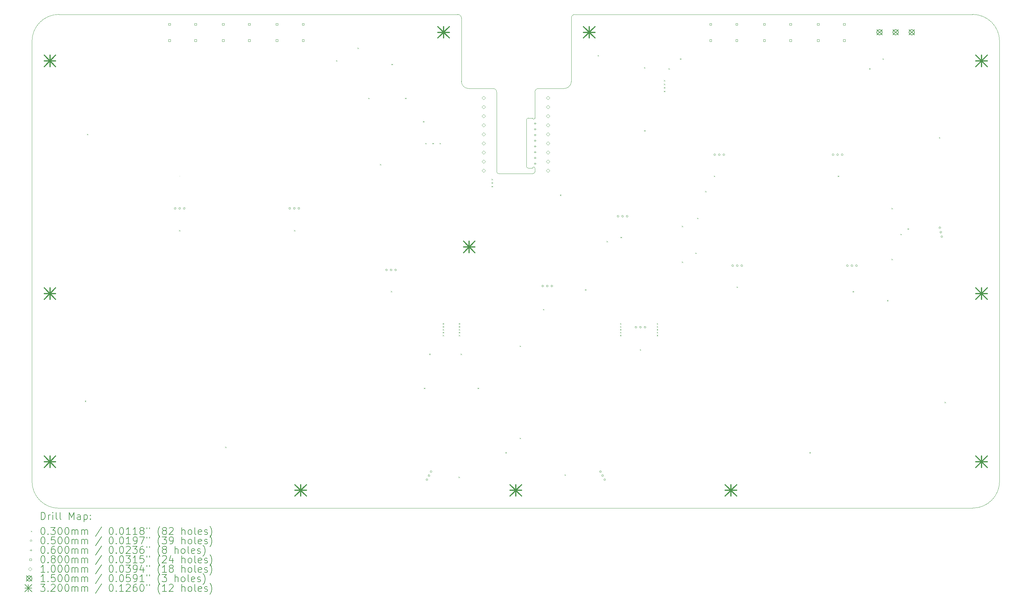
<source format=gbr>
%TF.GenerationSoftware,KiCad,Pcbnew,9.0.0*%
%TF.CreationDate,2025-05-11T16:12:43-07:00*%
%TF.ProjectId,HE_Leverless_Mainboard,48455f4c-6576-4657-926c-6573735f4d61,rev?*%
%TF.SameCoordinates,Original*%
%TF.FileFunction,Drillmap*%
%TF.FilePolarity,Positive*%
%FSLAX45Y45*%
G04 Gerber Fmt 4.5, Leading zero omitted, Abs format (unit mm)*
G04 Created by KiCad (PCBNEW 9.0.0) date 2025-05-11 16:12:43*
%MOMM*%
%LPD*%
G01*
G04 APERTURE LIST*
%ADD10C,0.050000*%
%ADD11C,0.010050*%
%ADD12C,0.200000*%
%ADD13C,0.100000*%
%ADD14C,0.150000*%
%ADD15C,0.320000*%
G04 APERTURE END LIST*
D10*
X20302170Y-8890570D02*
G75*
G02*
X20402170Y-8790570I100000J0D01*
G01*
X32519670Y-6719670D02*
G75*
G02*
X33269670Y-7469670I0J-750000D01*
G01*
X7019670Y-20519670D02*
X32519670Y-20515570D01*
X7019670Y-6719670D02*
X18152170Y-6719669D01*
X21419670Y-6719670D02*
X32519670Y-6719670D01*
X21319670Y-6819670D02*
G75*
G02*
X21419670Y-6719670I100000J0D01*
G01*
X33269670Y-19765570D02*
G75*
G02*
X32519670Y-20515570I-750000J0D01*
G01*
X20402170Y-8790570D02*
X21119670Y-8790570D01*
X6269670Y-19769670D02*
X6269670Y-7469670D01*
X7019670Y-20519670D02*
G75*
G02*
X6269670Y-19769670I0J750000D01*
G01*
X21319670Y-8590570D02*
G75*
G02*
X21119670Y-8790570I-200000J0D01*
G01*
X18152170Y-6719669D02*
G75*
G02*
X18252171Y-6819669I0J-100001D01*
G01*
D11*
X10390173Y-11239670D02*
G75*
G02*
X10389168Y-11239670I-503J0D01*
G01*
X10389168Y-11239670D02*
G75*
G02*
X10390173Y-11239670I503J0D01*
G01*
D10*
X33269670Y-7469670D02*
X33269670Y-19765570D01*
X21319670Y-8590570D02*
X21319670Y-6819670D01*
X19137170Y-8790570D02*
G75*
G02*
X19237170Y-8890570I0J-100000D01*
G01*
X18452170Y-8790570D02*
G75*
G02*
X18252170Y-8590570I0J200000D01*
G01*
X18252170Y-8590570D02*
X18252170Y-6819669D01*
X6269670Y-7469670D02*
G75*
G02*
X7019670Y-6719670I750000J0D01*
G01*
X18452170Y-8790570D02*
X19137170Y-8790570D01*
X19237170Y-8890570D02*
X19237170Y-11115570D01*
X20069670Y-9665570D02*
X20069670Y-10965570D01*
X20119670Y-9615570D02*
X20237170Y-9615570D01*
X20237170Y-11015570D02*
X20119670Y-11015570D01*
X20252170Y-11165570D02*
X19287170Y-11165570D01*
X20302170Y-9615570D02*
X20302170Y-8890570D01*
X20302170Y-11015570D02*
X20302170Y-11115570D01*
X19287170Y-11165570D02*
G75*
G02*
X19237170Y-11115570I0J50000D01*
G01*
X20069670Y-9665570D02*
G75*
G02*
X20119670Y-9615570I50000J0D01*
G01*
X20119670Y-11015570D02*
G75*
G02*
X20069670Y-10965570I0J50000D01*
G01*
X20237170Y-11015570D02*
G75*
G02*
X20302170Y-11015570I32500J0D01*
G01*
X20302170Y-9615570D02*
G75*
G02*
X20237170Y-9615570I-32500J0D01*
G01*
X20302170Y-11115570D02*
G75*
G02*
X20252170Y-11165570I-50000J0D01*
G01*
D12*
D13*
X7744670Y-17510570D02*
X7774670Y-17540570D01*
X7774670Y-17510570D02*
X7744670Y-17540570D01*
X7804670Y-10055570D02*
X7834670Y-10085570D01*
X7834670Y-10055570D02*
X7804670Y-10085570D01*
X10374670Y-12745570D02*
X10404670Y-12775570D01*
X10404670Y-12745570D02*
X10374670Y-12775570D01*
X11659670Y-18800570D02*
X11689670Y-18830570D01*
X11689670Y-18800570D02*
X11659670Y-18830570D01*
X13584670Y-12745570D02*
X13614670Y-12775570D01*
X13614670Y-12745570D02*
X13584670Y-12775570D01*
X14754670Y-8000570D02*
X14784670Y-8030570D01*
X14784670Y-8000570D02*
X14754670Y-8030570D01*
X15354670Y-7650570D02*
X15384670Y-7680570D01*
X15384670Y-7650570D02*
X15354670Y-7680570D01*
X15654670Y-9050570D02*
X15684670Y-9080570D01*
X15684670Y-9050570D02*
X15654670Y-9080570D01*
X15979670Y-10900570D02*
X16009670Y-10930570D01*
X16009670Y-10900570D02*
X15979670Y-10930570D01*
X16284670Y-14445570D02*
X16314670Y-14475570D01*
X16314670Y-14445570D02*
X16284670Y-14475570D01*
X16299670Y-8100570D02*
X16329670Y-8130570D01*
X16329670Y-8100570D02*
X16299670Y-8130570D01*
X16679670Y-9050570D02*
X16709670Y-9080570D01*
X16709670Y-9050570D02*
X16679670Y-9080570D01*
X17179670Y-9700570D02*
X17209670Y-9730570D01*
X17209670Y-9700570D02*
X17179670Y-9730570D01*
X17204670Y-17150570D02*
X17234670Y-17180570D01*
X17234670Y-17150570D02*
X17204670Y-17180570D01*
X17243115Y-10312125D02*
X17273115Y-10342125D01*
X17273115Y-10312125D02*
X17243115Y-10342125D01*
X17354670Y-16200570D02*
X17384670Y-16230570D01*
X17384670Y-16200570D02*
X17354670Y-16230570D01*
X17443115Y-10312125D02*
X17473115Y-10342125D01*
X17473115Y-10312125D02*
X17443115Y-10342125D01*
X17643115Y-10312125D02*
X17673115Y-10342125D01*
X17673115Y-10312125D02*
X17643115Y-10342125D01*
X17729670Y-15350570D02*
X17759670Y-15380570D01*
X17759670Y-15350570D02*
X17729670Y-15380570D01*
X17729670Y-15431820D02*
X17759670Y-15461820D01*
X17759670Y-15431820D02*
X17729670Y-15461820D01*
X17729670Y-15513070D02*
X17759670Y-15543070D01*
X17759670Y-15513070D02*
X17729670Y-15543070D01*
X17729670Y-15594320D02*
X17759670Y-15624320D01*
X17759670Y-15594320D02*
X17729670Y-15624320D01*
X17729670Y-15675570D02*
X17759670Y-15705570D01*
X17759670Y-15675570D02*
X17729670Y-15705570D01*
X18169670Y-19635570D02*
X18199670Y-19665570D01*
X18199670Y-19635570D02*
X18169670Y-19665570D01*
X18179670Y-15350570D02*
X18209670Y-15380570D01*
X18209670Y-15350570D02*
X18179670Y-15380570D01*
X18179670Y-15431820D02*
X18209670Y-15461820D01*
X18209670Y-15431820D02*
X18179670Y-15461820D01*
X18179670Y-15513070D02*
X18209670Y-15543070D01*
X18209670Y-15513070D02*
X18179670Y-15543070D01*
X18179670Y-15594320D02*
X18209670Y-15624320D01*
X18209670Y-15594320D02*
X18179670Y-15624320D01*
X18179670Y-15675570D02*
X18209670Y-15705570D01*
X18209670Y-15675570D02*
X18179670Y-15705570D01*
X18229670Y-16200570D02*
X18259670Y-16230570D01*
X18259670Y-16200570D02*
X18229670Y-16230570D01*
X18704670Y-17150570D02*
X18734670Y-17180570D01*
X18734670Y-17150570D02*
X18704670Y-17180570D01*
X19093254Y-11312264D02*
X19123254Y-11342264D01*
X19123254Y-11312264D02*
X19093254Y-11342264D01*
X19093254Y-11412264D02*
X19123254Y-11442264D01*
X19123254Y-11412264D02*
X19093254Y-11442264D01*
X19093254Y-11512264D02*
X19123254Y-11542264D01*
X19123254Y-11512264D02*
X19093254Y-11542264D01*
X19479670Y-18950570D02*
X19509670Y-18980570D01*
X19509670Y-18950570D02*
X19479670Y-18980570D01*
X19879670Y-15975570D02*
X19909670Y-16005570D01*
X19909670Y-15975570D02*
X19879670Y-16005570D01*
X19879670Y-18550570D02*
X19909670Y-18580570D01*
X19909670Y-18550570D02*
X19879670Y-18580570D01*
X20529670Y-14950570D02*
X20559670Y-14980570D01*
X20559670Y-14950570D02*
X20529670Y-14980570D01*
X21004670Y-11754670D02*
X21034670Y-11784670D01*
X21034670Y-11754670D02*
X21004670Y-11784670D01*
X21129670Y-19575570D02*
X21159670Y-19605570D01*
X21159670Y-19575570D02*
X21129670Y-19605570D01*
X21704670Y-14400570D02*
X21734670Y-14430570D01*
X21734670Y-14400570D02*
X21704670Y-14430570D01*
X22054670Y-7854670D02*
X22084670Y-7884670D01*
X22084670Y-7854670D02*
X22054670Y-7884670D01*
X22304670Y-13050570D02*
X22334670Y-13080570D01*
X22334670Y-13050570D02*
X22304670Y-13080570D01*
X22679670Y-15350570D02*
X22709670Y-15380570D01*
X22709670Y-15350570D02*
X22679670Y-15380570D01*
X22679670Y-15431820D02*
X22709670Y-15461820D01*
X22709670Y-15431820D02*
X22679670Y-15461820D01*
X22679670Y-15513070D02*
X22709670Y-15543070D01*
X22709670Y-15513070D02*
X22679670Y-15543070D01*
X22679670Y-15594320D02*
X22709670Y-15624320D01*
X22709670Y-15594320D02*
X22679670Y-15624320D01*
X22679670Y-15675570D02*
X22709670Y-15705570D01*
X22709670Y-15675570D02*
X22679670Y-15705570D01*
X22694670Y-12935570D02*
X22724670Y-12965570D01*
X22724670Y-12935570D02*
X22694670Y-12965570D01*
X23229670Y-16075570D02*
X23259670Y-16105570D01*
X23259670Y-16075570D02*
X23229670Y-16105570D01*
X23349670Y-8195570D02*
X23379670Y-8225570D01*
X23379670Y-8195570D02*
X23349670Y-8225570D01*
X23354670Y-9954670D02*
X23384670Y-9984670D01*
X23384670Y-9954670D02*
X23354670Y-9984670D01*
X23704670Y-15350570D02*
X23734670Y-15380570D01*
X23734670Y-15350570D02*
X23704670Y-15380570D01*
X23704670Y-15431820D02*
X23734670Y-15461820D01*
X23734670Y-15431820D02*
X23704670Y-15461820D01*
X23704670Y-15513070D02*
X23734670Y-15543070D01*
X23734670Y-15513070D02*
X23704670Y-15543070D01*
X23704670Y-15594320D02*
X23734670Y-15624320D01*
X23734670Y-15594320D02*
X23704670Y-15624320D01*
X23704670Y-15675570D02*
X23734670Y-15705570D01*
X23734670Y-15675570D02*
X23704670Y-15705570D01*
X23904670Y-8554670D02*
X23934670Y-8584670D01*
X23934670Y-8554670D02*
X23904670Y-8584670D01*
X23904670Y-8654670D02*
X23934670Y-8684670D01*
X23934670Y-8654670D02*
X23904670Y-8684670D01*
X23904670Y-8754670D02*
X23934670Y-8784670D01*
X23934670Y-8754670D02*
X23904670Y-8784670D01*
X23904670Y-8854670D02*
X23934670Y-8884670D01*
X23934670Y-8854670D02*
X23904670Y-8884670D01*
X24029670Y-8225570D02*
X24059670Y-8255570D01*
X24059670Y-8225570D02*
X24029670Y-8255570D01*
X24354670Y-7950570D02*
X24384670Y-7980570D01*
X24384670Y-7950570D02*
X24354670Y-7980570D01*
X24404670Y-12625570D02*
X24434670Y-12655570D01*
X24434670Y-12625570D02*
X24404670Y-12655570D01*
X24404670Y-13625570D02*
X24434670Y-13655570D01*
X24434670Y-13625570D02*
X24404670Y-13655570D01*
X24779670Y-13375570D02*
X24809670Y-13405570D01*
X24809670Y-13375570D02*
X24779670Y-13405570D01*
X24829670Y-12400570D02*
X24859670Y-12430570D01*
X24859670Y-12400570D02*
X24829670Y-12430570D01*
X25054670Y-11654670D02*
X25084670Y-11684670D01*
X25084670Y-11654670D02*
X25054670Y-11684670D01*
X25294670Y-11225570D02*
X25324670Y-11255570D01*
X25324670Y-11225570D02*
X25294670Y-11255570D01*
X25929670Y-14325570D02*
X25959670Y-14355570D01*
X25959670Y-14325570D02*
X25929670Y-14355570D01*
X27964670Y-18950570D02*
X27994670Y-18980570D01*
X27994670Y-18950570D02*
X27964670Y-18980570D01*
X28754670Y-11225570D02*
X28784670Y-11255570D01*
X28784670Y-11225570D02*
X28754670Y-11255570D01*
X29169670Y-14450570D02*
X29199670Y-14480570D01*
X29199670Y-14450570D02*
X29169670Y-14480570D01*
X29629670Y-8225570D02*
X29659670Y-8255570D01*
X29659670Y-8225570D02*
X29629670Y-8255570D01*
X30004670Y-7950570D02*
X30034670Y-7980570D01*
X30034670Y-7950570D02*
X30004670Y-7980570D01*
X30129670Y-14700570D02*
X30159670Y-14730570D01*
X30159670Y-14700570D02*
X30129670Y-14730570D01*
X30254670Y-12125570D02*
X30284670Y-12155570D01*
X30284670Y-12125570D02*
X30254670Y-12155570D01*
X30254670Y-13550570D02*
X30284670Y-13580570D01*
X30284670Y-13550570D02*
X30254670Y-13580570D01*
X30504670Y-12850570D02*
X30534670Y-12880570D01*
X30534670Y-12850570D02*
X30504670Y-12880570D01*
X30704670Y-12700570D02*
X30734670Y-12730570D01*
X30734670Y-12700570D02*
X30704670Y-12730570D01*
X31579670Y-10150570D02*
X31609670Y-10180570D01*
X31609670Y-10150570D02*
X31579670Y-10180570D01*
X31734670Y-17545570D02*
X31764670Y-17575570D01*
X31764670Y-17545570D02*
X31734670Y-17575570D01*
X10287670Y-12139670D02*
G75*
G02*
X10237670Y-12139670I-25000J0D01*
G01*
X10237670Y-12139670D02*
G75*
G02*
X10287670Y-12139670I25000J0D01*
G01*
X10414670Y-12139670D02*
G75*
G02*
X10364670Y-12139670I-25000J0D01*
G01*
X10364670Y-12139670D02*
G75*
G02*
X10414670Y-12139670I25000J0D01*
G01*
X10541670Y-12139670D02*
G75*
G02*
X10491670Y-12139670I-25000J0D01*
G01*
X10491670Y-12139670D02*
G75*
G02*
X10541670Y-12139670I25000J0D01*
G01*
X13487670Y-12139670D02*
G75*
G02*
X13437670Y-12139670I-25000J0D01*
G01*
X13437670Y-12139670D02*
G75*
G02*
X13487670Y-12139670I25000J0D01*
G01*
X13614670Y-12139670D02*
G75*
G02*
X13564670Y-12139670I-25000J0D01*
G01*
X13564670Y-12139670D02*
G75*
G02*
X13614670Y-12139670I25000J0D01*
G01*
X13741670Y-12139670D02*
G75*
G02*
X13691670Y-12139670I-25000J0D01*
G01*
X13691670Y-12139670D02*
G75*
G02*
X13741670Y-12139670I25000J0D01*
G01*
X16187670Y-13859670D02*
G75*
G02*
X16137670Y-13859670I-25000J0D01*
G01*
X16137670Y-13859670D02*
G75*
G02*
X16187670Y-13859670I25000J0D01*
G01*
X16314670Y-13859670D02*
G75*
G02*
X16264670Y-13859670I-25000J0D01*
G01*
X16264670Y-13859670D02*
G75*
G02*
X16314670Y-13859670I25000J0D01*
G01*
X16441670Y-13859670D02*
G75*
G02*
X16391670Y-13859670I-25000J0D01*
G01*
X16391670Y-13859670D02*
G75*
G02*
X16441670Y-13859670I25000J0D01*
G01*
X17313857Y-19720330D02*
G75*
G02*
X17263857Y-19720330I-25000J0D01*
G01*
X17263857Y-19720330D02*
G75*
G02*
X17313857Y-19720330I25000J0D01*
G01*
X17372695Y-19607783D02*
G75*
G02*
X17322695Y-19607783I-25000J0D01*
G01*
X17322695Y-19607783D02*
G75*
G02*
X17372695Y-19607783I25000J0D01*
G01*
X17431534Y-19495235D02*
G75*
G02*
X17381534Y-19495235I-25000J0D01*
G01*
X17381534Y-19495235D02*
G75*
G02*
X17431534Y-19495235I25000J0D01*
G01*
X20547670Y-14309670D02*
G75*
G02*
X20497670Y-14309670I-25000J0D01*
G01*
X20497670Y-14309670D02*
G75*
G02*
X20547670Y-14309670I25000J0D01*
G01*
X20674670Y-14309670D02*
G75*
G02*
X20624670Y-14309670I-25000J0D01*
G01*
X20624670Y-14309670D02*
G75*
G02*
X20674670Y-14309670I25000J0D01*
G01*
X20801670Y-14309670D02*
G75*
G02*
X20751670Y-14309670I-25000J0D01*
G01*
X20751670Y-14309670D02*
G75*
G02*
X20801670Y-14309670I25000J0D01*
G01*
X22157806Y-19495235D02*
G75*
G02*
X22107806Y-19495235I-25000J0D01*
G01*
X22107806Y-19495235D02*
G75*
G02*
X22157806Y-19495235I25000J0D01*
G01*
X22216645Y-19607783D02*
G75*
G02*
X22166645Y-19607783I-25000J0D01*
G01*
X22166645Y-19607783D02*
G75*
G02*
X22216645Y-19607783I25000J0D01*
G01*
X22275483Y-19720330D02*
G75*
G02*
X22225483Y-19720330I-25000J0D01*
G01*
X22225483Y-19720330D02*
G75*
G02*
X22275483Y-19720330I25000J0D01*
G01*
X22647670Y-12359670D02*
G75*
G02*
X22597670Y-12359670I-25000J0D01*
G01*
X22597670Y-12359670D02*
G75*
G02*
X22647670Y-12359670I25000J0D01*
G01*
X22774670Y-12359670D02*
G75*
G02*
X22724670Y-12359670I-25000J0D01*
G01*
X22724670Y-12359670D02*
G75*
G02*
X22774670Y-12359670I25000J0D01*
G01*
X22901670Y-12359670D02*
G75*
G02*
X22851670Y-12359670I-25000J0D01*
G01*
X22851670Y-12359670D02*
G75*
G02*
X22901670Y-12359670I25000J0D01*
G01*
X23147670Y-15459670D02*
G75*
G02*
X23097670Y-15459670I-25000J0D01*
G01*
X23097670Y-15459670D02*
G75*
G02*
X23147670Y-15459670I25000J0D01*
G01*
X23274670Y-15459670D02*
G75*
G02*
X23224670Y-15459670I-25000J0D01*
G01*
X23224670Y-15459670D02*
G75*
G02*
X23274670Y-15459670I25000J0D01*
G01*
X23401670Y-15459670D02*
G75*
G02*
X23351670Y-15459670I-25000J0D01*
G01*
X23351670Y-15459670D02*
G75*
G02*
X23401670Y-15459670I25000J0D01*
G01*
X25347670Y-10639670D02*
G75*
G02*
X25297670Y-10639670I-25000J0D01*
G01*
X25297670Y-10639670D02*
G75*
G02*
X25347670Y-10639670I25000J0D01*
G01*
X25474670Y-10639670D02*
G75*
G02*
X25424670Y-10639670I-25000J0D01*
G01*
X25424670Y-10639670D02*
G75*
G02*
X25474670Y-10639670I25000J0D01*
G01*
X25601670Y-10639670D02*
G75*
G02*
X25551670Y-10639670I-25000J0D01*
G01*
X25551670Y-10639670D02*
G75*
G02*
X25601670Y-10639670I25000J0D01*
G01*
X25847670Y-13739670D02*
G75*
G02*
X25797670Y-13739670I-25000J0D01*
G01*
X25797670Y-13739670D02*
G75*
G02*
X25847670Y-13739670I25000J0D01*
G01*
X25974670Y-13739670D02*
G75*
G02*
X25924670Y-13739670I-25000J0D01*
G01*
X25924670Y-13739670D02*
G75*
G02*
X25974670Y-13739670I25000J0D01*
G01*
X26101670Y-13739670D02*
G75*
G02*
X26051670Y-13739670I-25000J0D01*
G01*
X26051670Y-13739670D02*
G75*
G02*
X26101670Y-13739670I25000J0D01*
G01*
X28647670Y-10639670D02*
G75*
G02*
X28597670Y-10639670I-25000J0D01*
G01*
X28597670Y-10639670D02*
G75*
G02*
X28647670Y-10639670I25000J0D01*
G01*
X28774670Y-10639670D02*
G75*
G02*
X28724670Y-10639670I-25000J0D01*
G01*
X28724670Y-10639670D02*
G75*
G02*
X28774670Y-10639670I25000J0D01*
G01*
X28901670Y-10639670D02*
G75*
G02*
X28851670Y-10639670I-25000J0D01*
G01*
X28851670Y-10639670D02*
G75*
G02*
X28901670Y-10639670I25000J0D01*
G01*
X29047670Y-13739670D02*
G75*
G02*
X28997670Y-13739670I-25000J0D01*
G01*
X28997670Y-13739670D02*
G75*
G02*
X29047670Y-13739670I25000J0D01*
G01*
X29174670Y-13739670D02*
G75*
G02*
X29124670Y-13739670I-25000J0D01*
G01*
X29124670Y-13739670D02*
G75*
G02*
X29174670Y-13739670I25000J0D01*
G01*
X29301670Y-13739670D02*
G75*
G02*
X29251670Y-13739670I-25000J0D01*
G01*
X29251670Y-13739670D02*
G75*
G02*
X29301670Y-13739670I25000J0D01*
G01*
X31627806Y-12681074D02*
G75*
G02*
X31577806Y-12681074I-25000J0D01*
G01*
X31577806Y-12681074D02*
G75*
G02*
X31627806Y-12681074I25000J0D01*
G01*
X31655294Y-12805064D02*
G75*
G02*
X31605294Y-12805064I-25000J0D01*
G01*
X31605294Y-12805064D02*
G75*
G02*
X31655294Y-12805064I25000J0D01*
G01*
X31682781Y-12929054D02*
G75*
G02*
X31632781Y-12929054I-25000J0D01*
G01*
X31632781Y-12929054D02*
G75*
G02*
X31682781Y-12929054I25000J0D01*
G01*
X20304670Y-9735570D02*
X20304670Y-9795570D01*
X20274670Y-9765570D02*
X20334670Y-9765570D01*
X20304670Y-9895570D02*
X20304670Y-9955570D01*
X20274670Y-9925570D02*
X20334670Y-9925570D01*
X20304670Y-10055570D02*
X20304670Y-10115570D01*
X20274670Y-10085570D02*
X20334670Y-10085570D01*
X20304670Y-10215570D02*
X20304670Y-10275570D01*
X20274670Y-10245570D02*
X20334670Y-10245570D01*
X20304670Y-10375570D02*
X20304670Y-10435570D01*
X20274670Y-10405570D02*
X20334670Y-10405570D01*
X20304670Y-10535570D02*
X20304670Y-10595570D01*
X20274670Y-10565570D02*
X20334670Y-10565570D01*
X20304670Y-10695570D02*
X20304670Y-10755570D01*
X20274670Y-10725570D02*
X20334670Y-10725570D01*
X20304670Y-10855570D02*
X20304670Y-10915570D01*
X20274670Y-10885570D02*
X20334670Y-10885570D01*
X10132954Y-7022955D02*
X10132954Y-6966386D01*
X10076385Y-6966386D01*
X10076385Y-7022955D01*
X10132954Y-7022955D01*
X10132954Y-7472955D02*
X10132954Y-7416386D01*
X10076385Y-7416386D01*
X10076385Y-7472955D01*
X10132954Y-7472955D01*
X10862954Y-7022955D02*
X10862954Y-6966386D01*
X10806385Y-6966386D01*
X10806385Y-7022955D01*
X10862954Y-7022955D01*
X10862954Y-7472955D02*
X10862954Y-7416386D01*
X10806385Y-7416386D01*
X10806385Y-7472955D01*
X10862954Y-7472955D01*
X11632954Y-7022955D02*
X11632954Y-6966386D01*
X11576385Y-6966386D01*
X11576385Y-7022955D01*
X11632954Y-7022955D01*
X11632954Y-7472955D02*
X11632954Y-7416386D01*
X11576385Y-7416386D01*
X11576385Y-7472955D01*
X11632954Y-7472955D01*
X12362954Y-7022955D02*
X12362954Y-6966386D01*
X12306385Y-6966386D01*
X12306385Y-7022955D01*
X12362954Y-7022955D01*
X12362954Y-7472955D02*
X12362954Y-7416386D01*
X12306385Y-7416386D01*
X12306385Y-7472955D01*
X12362954Y-7472955D01*
X13132954Y-7022955D02*
X13132954Y-6966386D01*
X13076385Y-6966386D01*
X13076385Y-7022955D01*
X13132954Y-7022955D01*
X13132954Y-7472955D02*
X13132954Y-7416386D01*
X13076385Y-7416386D01*
X13076385Y-7472955D01*
X13132954Y-7472955D01*
X13862954Y-7022955D02*
X13862954Y-6966386D01*
X13806385Y-6966386D01*
X13806385Y-7022955D01*
X13862954Y-7022955D01*
X13862954Y-7472955D02*
X13862954Y-7416386D01*
X13806385Y-7416386D01*
X13806385Y-7472955D01*
X13862954Y-7472955D01*
X25232954Y-7022955D02*
X25232954Y-6966386D01*
X25176385Y-6966386D01*
X25176385Y-7022955D01*
X25232954Y-7022955D01*
X25232954Y-7472955D02*
X25232954Y-7416386D01*
X25176385Y-7416386D01*
X25176385Y-7472955D01*
X25232954Y-7472955D01*
X25962954Y-7022955D02*
X25962954Y-6966386D01*
X25906385Y-6966386D01*
X25906385Y-7022955D01*
X25962954Y-7022955D01*
X25962954Y-7472955D02*
X25962954Y-7416386D01*
X25906385Y-7416386D01*
X25906385Y-7472955D01*
X25962954Y-7472955D01*
X26732954Y-7022955D02*
X26732954Y-6966386D01*
X26676385Y-6966386D01*
X26676385Y-7022955D01*
X26732954Y-7022955D01*
X26732954Y-7472955D02*
X26732954Y-7416386D01*
X26676385Y-7416386D01*
X26676385Y-7472955D01*
X26732954Y-7472955D01*
X27462954Y-7022955D02*
X27462954Y-6966386D01*
X27406385Y-6966386D01*
X27406385Y-7022955D01*
X27462954Y-7022955D01*
X27462954Y-7472955D02*
X27462954Y-7416386D01*
X27406385Y-7416386D01*
X27406385Y-7472955D01*
X27462954Y-7472955D01*
X28232954Y-7022955D02*
X28232954Y-6966386D01*
X28176385Y-6966386D01*
X28176385Y-7022955D01*
X28232954Y-7022955D01*
X28232954Y-7472955D02*
X28232954Y-7416386D01*
X28176385Y-7416386D01*
X28176385Y-7472955D01*
X28232954Y-7472955D01*
X28962954Y-7022955D02*
X28962954Y-6966386D01*
X28906385Y-6966386D01*
X28906385Y-7022955D01*
X28962954Y-7022955D01*
X28962954Y-7472955D02*
X28962954Y-7416386D01*
X28906385Y-7416386D01*
X28906385Y-7472955D01*
X28962954Y-7472955D01*
X18869670Y-9099570D02*
X18919670Y-9049570D01*
X18869670Y-8999570D01*
X18819670Y-9049570D01*
X18869670Y-9099570D01*
X18869670Y-9353570D02*
X18919670Y-9303570D01*
X18869670Y-9253570D01*
X18819670Y-9303570D01*
X18869670Y-9353570D01*
X18869670Y-9607570D02*
X18919670Y-9557570D01*
X18869670Y-9507570D01*
X18819670Y-9557570D01*
X18869670Y-9607570D01*
X18869670Y-9861570D02*
X18919670Y-9811570D01*
X18869670Y-9761570D01*
X18819670Y-9811570D01*
X18869670Y-9861570D01*
X18869670Y-10115570D02*
X18919670Y-10065570D01*
X18869670Y-10015570D01*
X18819670Y-10065570D01*
X18869670Y-10115570D01*
X18869670Y-10369570D02*
X18919670Y-10319570D01*
X18869670Y-10269570D01*
X18819670Y-10319570D01*
X18869670Y-10369570D01*
X18869670Y-10623570D02*
X18919670Y-10573570D01*
X18869670Y-10523570D01*
X18819670Y-10573570D01*
X18869670Y-10623570D01*
X18869670Y-10877570D02*
X18919670Y-10827570D01*
X18869670Y-10777570D01*
X18819670Y-10827570D01*
X18869670Y-10877570D01*
X18869670Y-11131570D02*
X18919670Y-11081570D01*
X18869670Y-11031570D01*
X18819670Y-11081570D01*
X18869670Y-11131570D01*
X20669670Y-9099570D02*
X20719670Y-9049570D01*
X20669670Y-8999570D01*
X20619670Y-9049570D01*
X20669670Y-9099570D01*
X20669670Y-9353570D02*
X20719670Y-9303570D01*
X20669670Y-9253570D01*
X20619670Y-9303570D01*
X20669670Y-9353570D01*
X20669670Y-9607570D02*
X20719670Y-9557570D01*
X20669670Y-9507570D01*
X20619670Y-9557570D01*
X20669670Y-9607570D01*
X20669670Y-9861570D02*
X20719670Y-9811570D01*
X20669670Y-9761570D01*
X20619670Y-9811570D01*
X20669670Y-9861570D01*
X20669670Y-10115570D02*
X20719670Y-10065570D01*
X20669670Y-10015570D01*
X20619670Y-10065570D01*
X20669670Y-10115570D01*
X20669670Y-10369570D02*
X20719670Y-10319570D01*
X20669670Y-10269570D01*
X20619670Y-10319570D01*
X20669670Y-10369570D01*
X20669670Y-10623570D02*
X20719670Y-10573570D01*
X20669670Y-10523570D01*
X20619670Y-10573570D01*
X20669670Y-10623570D01*
X20669670Y-10877570D02*
X20719670Y-10827570D01*
X20669670Y-10777570D01*
X20619670Y-10827570D01*
X20669670Y-10877570D01*
X20669670Y-11131570D02*
X20719670Y-11081570D01*
X20669670Y-11031570D01*
X20619670Y-11081570D01*
X20669670Y-11131570D01*
D14*
X29844670Y-7144670D02*
X29994670Y-7294670D01*
X29994670Y-7144670D02*
X29844670Y-7294670D01*
X29994670Y-7219670D02*
G75*
G02*
X29844670Y-7219670I-75000J0D01*
G01*
X29844670Y-7219670D02*
G75*
G02*
X29994670Y-7219670I75000J0D01*
G01*
X30294670Y-7144670D02*
X30444670Y-7294670D01*
X30444670Y-7144670D02*
X30294670Y-7294670D01*
X30444670Y-7219670D02*
G75*
G02*
X30294670Y-7219670I-75000J0D01*
G01*
X30294670Y-7219670D02*
G75*
G02*
X30444670Y-7219670I75000J0D01*
G01*
X30744670Y-7144670D02*
X30894670Y-7294670D01*
X30894670Y-7144670D02*
X30744670Y-7294670D01*
X30894670Y-7219670D02*
G75*
G02*
X30744670Y-7219670I-75000J0D01*
G01*
X30744670Y-7219670D02*
G75*
G02*
X30894670Y-7219670I75000J0D01*
G01*
D15*
X6609670Y-7859670D02*
X6929670Y-8179670D01*
X6929670Y-7859670D02*
X6609670Y-8179670D01*
X6769670Y-7859670D02*
X6769670Y-8179670D01*
X6609670Y-8019670D02*
X6929670Y-8019670D01*
X6609670Y-14359670D02*
X6929670Y-14679670D01*
X6929670Y-14359670D02*
X6609670Y-14679670D01*
X6769670Y-14359670D02*
X6769670Y-14679670D01*
X6609670Y-14519670D02*
X6929670Y-14519670D01*
X6609670Y-19059670D02*
X6929670Y-19379670D01*
X6929670Y-19059670D02*
X6609670Y-19379670D01*
X6769670Y-19059670D02*
X6769670Y-19379670D01*
X6609670Y-19219670D02*
X6929670Y-19219670D01*
X13609670Y-19859670D02*
X13929670Y-20179670D01*
X13929670Y-19859670D02*
X13609670Y-20179670D01*
X13769670Y-19859670D02*
X13769670Y-20179670D01*
X13609670Y-20019670D02*
X13929670Y-20019670D01*
X17592170Y-7059670D02*
X17912170Y-7379670D01*
X17912170Y-7059670D02*
X17592170Y-7379670D01*
X17752170Y-7059670D02*
X17752170Y-7379670D01*
X17592170Y-7219670D02*
X17912170Y-7219670D01*
X18309670Y-13059670D02*
X18629670Y-13379670D01*
X18629670Y-13059670D02*
X18309670Y-13379670D01*
X18469670Y-13059670D02*
X18469670Y-13379670D01*
X18309670Y-13219670D02*
X18629670Y-13219670D01*
X19609670Y-19859670D02*
X19929670Y-20179670D01*
X19929670Y-19859670D02*
X19609670Y-20179670D01*
X19769670Y-19859670D02*
X19769670Y-20179670D01*
X19609670Y-20019670D02*
X19929670Y-20019670D01*
X21659670Y-7059670D02*
X21979670Y-7379670D01*
X21979670Y-7059670D02*
X21659670Y-7379670D01*
X21819670Y-7059670D02*
X21819670Y-7379670D01*
X21659670Y-7219670D02*
X21979670Y-7219670D01*
X25609670Y-19859670D02*
X25929670Y-20179670D01*
X25929670Y-19859670D02*
X25609670Y-20179670D01*
X25769670Y-19859670D02*
X25769670Y-20179670D01*
X25609670Y-20019670D02*
X25929670Y-20019670D01*
X32609670Y-7859670D02*
X32929670Y-8179670D01*
X32929670Y-7859670D02*
X32609670Y-8179670D01*
X32769670Y-7859670D02*
X32769670Y-8179670D01*
X32609670Y-8019670D02*
X32929670Y-8019670D01*
X32609670Y-14359670D02*
X32929670Y-14679670D01*
X32929670Y-14359670D02*
X32609670Y-14679670D01*
X32769670Y-14359670D02*
X32769670Y-14679670D01*
X32609670Y-14519670D02*
X32929670Y-14519670D01*
X32609670Y-19059670D02*
X32929670Y-19379670D01*
X32929670Y-19059670D02*
X32609670Y-19379670D01*
X32769670Y-19059670D02*
X32769670Y-19379670D01*
X32609670Y-19219670D02*
X32929670Y-19219670D01*
D12*
X6527947Y-20833654D02*
X6527947Y-20633654D01*
X6527947Y-20633654D02*
X6575566Y-20633654D01*
X6575566Y-20633654D02*
X6604137Y-20643178D01*
X6604137Y-20643178D02*
X6623185Y-20662225D01*
X6623185Y-20662225D02*
X6632709Y-20681273D01*
X6632709Y-20681273D02*
X6642232Y-20719368D01*
X6642232Y-20719368D02*
X6642232Y-20747940D01*
X6642232Y-20747940D02*
X6632709Y-20786035D01*
X6632709Y-20786035D02*
X6623185Y-20805082D01*
X6623185Y-20805082D02*
X6604137Y-20824130D01*
X6604137Y-20824130D02*
X6575566Y-20833654D01*
X6575566Y-20833654D02*
X6527947Y-20833654D01*
X6727947Y-20833654D02*
X6727947Y-20700321D01*
X6727947Y-20738416D02*
X6737470Y-20719368D01*
X6737470Y-20719368D02*
X6746994Y-20709844D01*
X6746994Y-20709844D02*
X6766042Y-20700321D01*
X6766042Y-20700321D02*
X6785090Y-20700321D01*
X6851756Y-20833654D02*
X6851756Y-20700321D01*
X6851756Y-20633654D02*
X6842232Y-20643178D01*
X6842232Y-20643178D02*
X6851756Y-20652702D01*
X6851756Y-20652702D02*
X6861280Y-20643178D01*
X6861280Y-20643178D02*
X6851756Y-20633654D01*
X6851756Y-20633654D02*
X6851756Y-20652702D01*
X6975566Y-20833654D02*
X6956518Y-20824130D01*
X6956518Y-20824130D02*
X6946994Y-20805082D01*
X6946994Y-20805082D02*
X6946994Y-20633654D01*
X7080328Y-20833654D02*
X7061280Y-20824130D01*
X7061280Y-20824130D02*
X7051756Y-20805082D01*
X7051756Y-20805082D02*
X7051756Y-20633654D01*
X7308899Y-20833654D02*
X7308899Y-20633654D01*
X7308899Y-20633654D02*
X7375566Y-20776511D01*
X7375566Y-20776511D02*
X7442232Y-20633654D01*
X7442232Y-20633654D02*
X7442232Y-20833654D01*
X7623185Y-20833654D02*
X7623185Y-20728892D01*
X7623185Y-20728892D02*
X7613661Y-20709844D01*
X7613661Y-20709844D02*
X7594613Y-20700321D01*
X7594613Y-20700321D02*
X7556518Y-20700321D01*
X7556518Y-20700321D02*
X7537470Y-20709844D01*
X7623185Y-20824130D02*
X7604137Y-20833654D01*
X7604137Y-20833654D02*
X7556518Y-20833654D01*
X7556518Y-20833654D02*
X7537470Y-20824130D01*
X7537470Y-20824130D02*
X7527947Y-20805082D01*
X7527947Y-20805082D02*
X7527947Y-20786035D01*
X7527947Y-20786035D02*
X7537470Y-20766987D01*
X7537470Y-20766987D02*
X7556518Y-20757463D01*
X7556518Y-20757463D02*
X7604137Y-20757463D01*
X7604137Y-20757463D02*
X7623185Y-20747940D01*
X7718423Y-20700321D02*
X7718423Y-20900321D01*
X7718423Y-20709844D02*
X7737470Y-20700321D01*
X7737470Y-20700321D02*
X7775566Y-20700321D01*
X7775566Y-20700321D02*
X7794613Y-20709844D01*
X7794613Y-20709844D02*
X7804137Y-20719368D01*
X7804137Y-20719368D02*
X7813661Y-20738416D01*
X7813661Y-20738416D02*
X7813661Y-20795559D01*
X7813661Y-20795559D02*
X7804137Y-20814606D01*
X7804137Y-20814606D02*
X7794613Y-20824130D01*
X7794613Y-20824130D02*
X7775566Y-20833654D01*
X7775566Y-20833654D02*
X7737470Y-20833654D01*
X7737470Y-20833654D02*
X7718423Y-20824130D01*
X7899375Y-20814606D02*
X7908899Y-20824130D01*
X7908899Y-20824130D02*
X7899375Y-20833654D01*
X7899375Y-20833654D02*
X7889851Y-20824130D01*
X7889851Y-20824130D02*
X7899375Y-20814606D01*
X7899375Y-20814606D02*
X7899375Y-20833654D01*
X7899375Y-20709844D02*
X7908899Y-20719368D01*
X7908899Y-20719368D02*
X7899375Y-20728892D01*
X7899375Y-20728892D02*
X7889851Y-20719368D01*
X7889851Y-20719368D02*
X7899375Y-20709844D01*
X7899375Y-20709844D02*
X7899375Y-20728892D01*
D13*
X6237170Y-21147170D02*
X6267170Y-21177170D01*
X6267170Y-21147170D02*
X6237170Y-21177170D01*
D12*
X6566042Y-21053654D02*
X6585090Y-21053654D01*
X6585090Y-21053654D02*
X6604137Y-21063178D01*
X6604137Y-21063178D02*
X6613661Y-21072702D01*
X6613661Y-21072702D02*
X6623185Y-21091749D01*
X6623185Y-21091749D02*
X6632709Y-21129844D01*
X6632709Y-21129844D02*
X6632709Y-21177463D01*
X6632709Y-21177463D02*
X6623185Y-21215559D01*
X6623185Y-21215559D02*
X6613661Y-21234606D01*
X6613661Y-21234606D02*
X6604137Y-21244130D01*
X6604137Y-21244130D02*
X6585090Y-21253654D01*
X6585090Y-21253654D02*
X6566042Y-21253654D01*
X6566042Y-21253654D02*
X6546994Y-21244130D01*
X6546994Y-21244130D02*
X6537470Y-21234606D01*
X6537470Y-21234606D02*
X6527947Y-21215559D01*
X6527947Y-21215559D02*
X6518423Y-21177463D01*
X6518423Y-21177463D02*
X6518423Y-21129844D01*
X6518423Y-21129844D02*
X6527947Y-21091749D01*
X6527947Y-21091749D02*
X6537470Y-21072702D01*
X6537470Y-21072702D02*
X6546994Y-21063178D01*
X6546994Y-21063178D02*
X6566042Y-21053654D01*
X6718423Y-21234606D02*
X6727947Y-21244130D01*
X6727947Y-21244130D02*
X6718423Y-21253654D01*
X6718423Y-21253654D02*
X6708899Y-21244130D01*
X6708899Y-21244130D02*
X6718423Y-21234606D01*
X6718423Y-21234606D02*
X6718423Y-21253654D01*
X6794613Y-21053654D02*
X6918423Y-21053654D01*
X6918423Y-21053654D02*
X6851756Y-21129844D01*
X6851756Y-21129844D02*
X6880328Y-21129844D01*
X6880328Y-21129844D02*
X6899375Y-21139368D01*
X6899375Y-21139368D02*
X6908899Y-21148892D01*
X6908899Y-21148892D02*
X6918423Y-21167940D01*
X6918423Y-21167940D02*
X6918423Y-21215559D01*
X6918423Y-21215559D02*
X6908899Y-21234606D01*
X6908899Y-21234606D02*
X6899375Y-21244130D01*
X6899375Y-21244130D02*
X6880328Y-21253654D01*
X6880328Y-21253654D02*
X6823185Y-21253654D01*
X6823185Y-21253654D02*
X6804137Y-21244130D01*
X6804137Y-21244130D02*
X6794613Y-21234606D01*
X7042232Y-21053654D02*
X7061280Y-21053654D01*
X7061280Y-21053654D02*
X7080328Y-21063178D01*
X7080328Y-21063178D02*
X7089851Y-21072702D01*
X7089851Y-21072702D02*
X7099375Y-21091749D01*
X7099375Y-21091749D02*
X7108899Y-21129844D01*
X7108899Y-21129844D02*
X7108899Y-21177463D01*
X7108899Y-21177463D02*
X7099375Y-21215559D01*
X7099375Y-21215559D02*
X7089851Y-21234606D01*
X7089851Y-21234606D02*
X7080328Y-21244130D01*
X7080328Y-21244130D02*
X7061280Y-21253654D01*
X7061280Y-21253654D02*
X7042232Y-21253654D01*
X7042232Y-21253654D02*
X7023185Y-21244130D01*
X7023185Y-21244130D02*
X7013661Y-21234606D01*
X7013661Y-21234606D02*
X7004137Y-21215559D01*
X7004137Y-21215559D02*
X6994613Y-21177463D01*
X6994613Y-21177463D02*
X6994613Y-21129844D01*
X6994613Y-21129844D02*
X7004137Y-21091749D01*
X7004137Y-21091749D02*
X7013661Y-21072702D01*
X7013661Y-21072702D02*
X7023185Y-21063178D01*
X7023185Y-21063178D02*
X7042232Y-21053654D01*
X7232709Y-21053654D02*
X7251756Y-21053654D01*
X7251756Y-21053654D02*
X7270804Y-21063178D01*
X7270804Y-21063178D02*
X7280328Y-21072702D01*
X7280328Y-21072702D02*
X7289851Y-21091749D01*
X7289851Y-21091749D02*
X7299375Y-21129844D01*
X7299375Y-21129844D02*
X7299375Y-21177463D01*
X7299375Y-21177463D02*
X7289851Y-21215559D01*
X7289851Y-21215559D02*
X7280328Y-21234606D01*
X7280328Y-21234606D02*
X7270804Y-21244130D01*
X7270804Y-21244130D02*
X7251756Y-21253654D01*
X7251756Y-21253654D02*
X7232709Y-21253654D01*
X7232709Y-21253654D02*
X7213661Y-21244130D01*
X7213661Y-21244130D02*
X7204137Y-21234606D01*
X7204137Y-21234606D02*
X7194613Y-21215559D01*
X7194613Y-21215559D02*
X7185090Y-21177463D01*
X7185090Y-21177463D02*
X7185090Y-21129844D01*
X7185090Y-21129844D02*
X7194613Y-21091749D01*
X7194613Y-21091749D02*
X7204137Y-21072702D01*
X7204137Y-21072702D02*
X7213661Y-21063178D01*
X7213661Y-21063178D02*
X7232709Y-21053654D01*
X7385090Y-21253654D02*
X7385090Y-21120321D01*
X7385090Y-21139368D02*
X7394613Y-21129844D01*
X7394613Y-21129844D02*
X7413661Y-21120321D01*
X7413661Y-21120321D02*
X7442232Y-21120321D01*
X7442232Y-21120321D02*
X7461280Y-21129844D01*
X7461280Y-21129844D02*
X7470804Y-21148892D01*
X7470804Y-21148892D02*
X7470804Y-21253654D01*
X7470804Y-21148892D02*
X7480328Y-21129844D01*
X7480328Y-21129844D02*
X7499375Y-21120321D01*
X7499375Y-21120321D02*
X7527947Y-21120321D01*
X7527947Y-21120321D02*
X7546994Y-21129844D01*
X7546994Y-21129844D02*
X7556518Y-21148892D01*
X7556518Y-21148892D02*
X7556518Y-21253654D01*
X7651756Y-21253654D02*
X7651756Y-21120321D01*
X7651756Y-21139368D02*
X7661280Y-21129844D01*
X7661280Y-21129844D02*
X7680328Y-21120321D01*
X7680328Y-21120321D02*
X7708899Y-21120321D01*
X7708899Y-21120321D02*
X7727947Y-21129844D01*
X7727947Y-21129844D02*
X7737471Y-21148892D01*
X7737471Y-21148892D02*
X7737471Y-21253654D01*
X7737471Y-21148892D02*
X7746994Y-21129844D01*
X7746994Y-21129844D02*
X7766042Y-21120321D01*
X7766042Y-21120321D02*
X7794613Y-21120321D01*
X7794613Y-21120321D02*
X7813661Y-21129844D01*
X7813661Y-21129844D02*
X7823185Y-21148892D01*
X7823185Y-21148892D02*
X7823185Y-21253654D01*
X8213661Y-21044130D02*
X8042233Y-21301273D01*
X8470804Y-21053654D02*
X8489852Y-21053654D01*
X8489852Y-21053654D02*
X8508899Y-21063178D01*
X8508899Y-21063178D02*
X8518423Y-21072702D01*
X8518423Y-21072702D02*
X8527947Y-21091749D01*
X8527947Y-21091749D02*
X8537471Y-21129844D01*
X8537471Y-21129844D02*
X8537471Y-21177463D01*
X8537471Y-21177463D02*
X8527947Y-21215559D01*
X8527947Y-21215559D02*
X8518423Y-21234606D01*
X8518423Y-21234606D02*
X8508899Y-21244130D01*
X8508899Y-21244130D02*
X8489852Y-21253654D01*
X8489852Y-21253654D02*
X8470804Y-21253654D01*
X8470804Y-21253654D02*
X8451756Y-21244130D01*
X8451756Y-21244130D02*
X8442233Y-21234606D01*
X8442233Y-21234606D02*
X8432709Y-21215559D01*
X8432709Y-21215559D02*
X8423185Y-21177463D01*
X8423185Y-21177463D02*
X8423185Y-21129844D01*
X8423185Y-21129844D02*
X8432709Y-21091749D01*
X8432709Y-21091749D02*
X8442233Y-21072702D01*
X8442233Y-21072702D02*
X8451756Y-21063178D01*
X8451756Y-21063178D02*
X8470804Y-21053654D01*
X8623185Y-21234606D02*
X8632709Y-21244130D01*
X8632709Y-21244130D02*
X8623185Y-21253654D01*
X8623185Y-21253654D02*
X8613661Y-21244130D01*
X8613661Y-21244130D02*
X8623185Y-21234606D01*
X8623185Y-21234606D02*
X8623185Y-21253654D01*
X8756518Y-21053654D02*
X8775566Y-21053654D01*
X8775566Y-21053654D02*
X8794614Y-21063178D01*
X8794614Y-21063178D02*
X8804137Y-21072702D01*
X8804137Y-21072702D02*
X8813661Y-21091749D01*
X8813661Y-21091749D02*
X8823185Y-21129844D01*
X8823185Y-21129844D02*
X8823185Y-21177463D01*
X8823185Y-21177463D02*
X8813661Y-21215559D01*
X8813661Y-21215559D02*
X8804137Y-21234606D01*
X8804137Y-21234606D02*
X8794614Y-21244130D01*
X8794614Y-21244130D02*
X8775566Y-21253654D01*
X8775566Y-21253654D02*
X8756518Y-21253654D01*
X8756518Y-21253654D02*
X8737471Y-21244130D01*
X8737471Y-21244130D02*
X8727947Y-21234606D01*
X8727947Y-21234606D02*
X8718423Y-21215559D01*
X8718423Y-21215559D02*
X8708899Y-21177463D01*
X8708899Y-21177463D02*
X8708899Y-21129844D01*
X8708899Y-21129844D02*
X8718423Y-21091749D01*
X8718423Y-21091749D02*
X8727947Y-21072702D01*
X8727947Y-21072702D02*
X8737471Y-21063178D01*
X8737471Y-21063178D02*
X8756518Y-21053654D01*
X9013661Y-21253654D02*
X8899376Y-21253654D01*
X8956518Y-21253654D02*
X8956518Y-21053654D01*
X8956518Y-21053654D02*
X8937471Y-21082225D01*
X8937471Y-21082225D02*
X8918423Y-21101273D01*
X8918423Y-21101273D02*
X8899376Y-21110797D01*
X9204137Y-21253654D02*
X9089852Y-21253654D01*
X9146995Y-21253654D02*
X9146995Y-21053654D01*
X9146995Y-21053654D02*
X9127947Y-21082225D01*
X9127947Y-21082225D02*
X9108899Y-21101273D01*
X9108899Y-21101273D02*
X9089852Y-21110797D01*
X9318423Y-21139368D02*
X9299376Y-21129844D01*
X9299376Y-21129844D02*
X9289852Y-21120321D01*
X9289852Y-21120321D02*
X9280328Y-21101273D01*
X9280328Y-21101273D02*
X9280328Y-21091749D01*
X9280328Y-21091749D02*
X9289852Y-21072702D01*
X9289852Y-21072702D02*
X9299376Y-21063178D01*
X9299376Y-21063178D02*
X9318423Y-21053654D01*
X9318423Y-21053654D02*
X9356518Y-21053654D01*
X9356518Y-21053654D02*
X9375566Y-21063178D01*
X9375566Y-21063178D02*
X9385090Y-21072702D01*
X9385090Y-21072702D02*
X9394614Y-21091749D01*
X9394614Y-21091749D02*
X9394614Y-21101273D01*
X9394614Y-21101273D02*
X9385090Y-21120321D01*
X9385090Y-21120321D02*
X9375566Y-21129844D01*
X9375566Y-21129844D02*
X9356518Y-21139368D01*
X9356518Y-21139368D02*
X9318423Y-21139368D01*
X9318423Y-21139368D02*
X9299376Y-21148892D01*
X9299376Y-21148892D02*
X9289852Y-21158416D01*
X9289852Y-21158416D02*
X9280328Y-21177463D01*
X9280328Y-21177463D02*
X9280328Y-21215559D01*
X9280328Y-21215559D02*
X9289852Y-21234606D01*
X9289852Y-21234606D02*
X9299376Y-21244130D01*
X9299376Y-21244130D02*
X9318423Y-21253654D01*
X9318423Y-21253654D02*
X9356518Y-21253654D01*
X9356518Y-21253654D02*
X9375566Y-21244130D01*
X9375566Y-21244130D02*
X9385090Y-21234606D01*
X9385090Y-21234606D02*
X9394614Y-21215559D01*
X9394614Y-21215559D02*
X9394614Y-21177463D01*
X9394614Y-21177463D02*
X9385090Y-21158416D01*
X9385090Y-21158416D02*
X9375566Y-21148892D01*
X9375566Y-21148892D02*
X9356518Y-21139368D01*
X9470804Y-21053654D02*
X9470804Y-21091749D01*
X9546995Y-21053654D02*
X9546995Y-21091749D01*
X9842233Y-21329844D02*
X9832709Y-21320321D01*
X9832709Y-21320321D02*
X9813661Y-21291749D01*
X9813661Y-21291749D02*
X9804138Y-21272702D01*
X9804138Y-21272702D02*
X9794614Y-21244130D01*
X9794614Y-21244130D02*
X9785090Y-21196511D01*
X9785090Y-21196511D02*
X9785090Y-21158416D01*
X9785090Y-21158416D02*
X9794614Y-21110797D01*
X9794614Y-21110797D02*
X9804138Y-21082225D01*
X9804138Y-21082225D02*
X9813661Y-21063178D01*
X9813661Y-21063178D02*
X9832709Y-21034606D01*
X9832709Y-21034606D02*
X9842233Y-21025082D01*
X9946995Y-21139368D02*
X9927947Y-21129844D01*
X9927947Y-21129844D02*
X9918423Y-21120321D01*
X9918423Y-21120321D02*
X9908899Y-21101273D01*
X9908899Y-21101273D02*
X9908899Y-21091749D01*
X9908899Y-21091749D02*
X9918423Y-21072702D01*
X9918423Y-21072702D02*
X9927947Y-21063178D01*
X9927947Y-21063178D02*
X9946995Y-21053654D01*
X9946995Y-21053654D02*
X9985090Y-21053654D01*
X9985090Y-21053654D02*
X10004138Y-21063178D01*
X10004138Y-21063178D02*
X10013661Y-21072702D01*
X10013661Y-21072702D02*
X10023185Y-21091749D01*
X10023185Y-21091749D02*
X10023185Y-21101273D01*
X10023185Y-21101273D02*
X10013661Y-21120321D01*
X10013661Y-21120321D02*
X10004138Y-21129844D01*
X10004138Y-21129844D02*
X9985090Y-21139368D01*
X9985090Y-21139368D02*
X9946995Y-21139368D01*
X9946995Y-21139368D02*
X9927947Y-21148892D01*
X9927947Y-21148892D02*
X9918423Y-21158416D01*
X9918423Y-21158416D02*
X9908899Y-21177463D01*
X9908899Y-21177463D02*
X9908899Y-21215559D01*
X9908899Y-21215559D02*
X9918423Y-21234606D01*
X9918423Y-21234606D02*
X9927947Y-21244130D01*
X9927947Y-21244130D02*
X9946995Y-21253654D01*
X9946995Y-21253654D02*
X9985090Y-21253654D01*
X9985090Y-21253654D02*
X10004138Y-21244130D01*
X10004138Y-21244130D02*
X10013661Y-21234606D01*
X10013661Y-21234606D02*
X10023185Y-21215559D01*
X10023185Y-21215559D02*
X10023185Y-21177463D01*
X10023185Y-21177463D02*
X10013661Y-21158416D01*
X10013661Y-21158416D02*
X10004138Y-21148892D01*
X10004138Y-21148892D02*
X9985090Y-21139368D01*
X10099376Y-21072702D02*
X10108899Y-21063178D01*
X10108899Y-21063178D02*
X10127947Y-21053654D01*
X10127947Y-21053654D02*
X10175566Y-21053654D01*
X10175566Y-21053654D02*
X10194614Y-21063178D01*
X10194614Y-21063178D02*
X10204138Y-21072702D01*
X10204138Y-21072702D02*
X10213661Y-21091749D01*
X10213661Y-21091749D02*
X10213661Y-21110797D01*
X10213661Y-21110797D02*
X10204138Y-21139368D01*
X10204138Y-21139368D02*
X10089852Y-21253654D01*
X10089852Y-21253654D02*
X10213661Y-21253654D01*
X10451757Y-21253654D02*
X10451757Y-21053654D01*
X10537471Y-21253654D02*
X10537471Y-21148892D01*
X10537471Y-21148892D02*
X10527947Y-21129844D01*
X10527947Y-21129844D02*
X10508900Y-21120321D01*
X10508900Y-21120321D02*
X10480328Y-21120321D01*
X10480328Y-21120321D02*
X10461280Y-21129844D01*
X10461280Y-21129844D02*
X10451757Y-21139368D01*
X10661280Y-21253654D02*
X10642233Y-21244130D01*
X10642233Y-21244130D02*
X10632709Y-21234606D01*
X10632709Y-21234606D02*
X10623185Y-21215559D01*
X10623185Y-21215559D02*
X10623185Y-21158416D01*
X10623185Y-21158416D02*
X10632709Y-21139368D01*
X10632709Y-21139368D02*
X10642233Y-21129844D01*
X10642233Y-21129844D02*
X10661280Y-21120321D01*
X10661280Y-21120321D02*
X10689852Y-21120321D01*
X10689852Y-21120321D02*
X10708900Y-21129844D01*
X10708900Y-21129844D02*
X10718423Y-21139368D01*
X10718423Y-21139368D02*
X10727947Y-21158416D01*
X10727947Y-21158416D02*
X10727947Y-21215559D01*
X10727947Y-21215559D02*
X10718423Y-21234606D01*
X10718423Y-21234606D02*
X10708900Y-21244130D01*
X10708900Y-21244130D02*
X10689852Y-21253654D01*
X10689852Y-21253654D02*
X10661280Y-21253654D01*
X10842233Y-21253654D02*
X10823185Y-21244130D01*
X10823185Y-21244130D02*
X10813661Y-21225082D01*
X10813661Y-21225082D02*
X10813661Y-21053654D01*
X10994614Y-21244130D02*
X10975566Y-21253654D01*
X10975566Y-21253654D02*
X10937471Y-21253654D01*
X10937471Y-21253654D02*
X10918423Y-21244130D01*
X10918423Y-21244130D02*
X10908900Y-21225082D01*
X10908900Y-21225082D02*
X10908900Y-21148892D01*
X10908900Y-21148892D02*
X10918423Y-21129844D01*
X10918423Y-21129844D02*
X10937471Y-21120321D01*
X10937471Y-21120321D02*
X10975566Y-21120321D01*
X10975566Y-21120321D02*
X10994614Y-21129844D01*
X10994614Y-21129844D02*
X11004138Y-21148892D01*
X11004138Y-21148892D02*
X11004138Y-21167940D01*
X11004138Y-21167940D02*
X10908900Y-21186987D01*
X11080328Y-21244130D02*
X11099376Y-21253654D01*
X11099376Y-21253654D02*
X11137471Y-21253654D01*
X11137471Y-21253654D02*
X11156519Y-21244130D01*
X11156519Y-21244130D02*
X11166042Y-21225082D01*
X11166042Y-21225082D02*
X11166042Y-21215559D01*
X11166042Y-21215559D02*
X11156519Y-21196511D01*
X11156519Y-21196511D02*
X11137471Y-21186987D01*
X11137471Y-21186987D02*
X11108900Y-21186987D01*
X11108900Y-21186987D02*
X11089852Y-21177463D01*
X11089852Y-21177463D02*
X11080328Y-21158416D01*
X11080328Y-21158416D02*
X11080328Y-21148892D01*
X11080328Y-21148892D02*
X11089852Y-21129844D01*
X11089852Y-21129844D02*
X11108900Y-21120321D01*
X11108900Y-21120321D02*
X11137471Y-21120321D01*
X11137471Y-21120321D02*
X11156519Y-21129844D01*
X11232709Y-21329844D02*
X11242233Y-21320321D01*
X11242233Y-21320321D02*
X11261280Y-21291749D01*
X11261280Y-21291749D02*
X11270804Y-21272702D01*
X11270804Y-21272702D02*
X11280328Y-21244130D01*
X11280328Y-21244130D02*
X11289852Y-21196511D01*
X11289852Y-21196511D02*
X11289852Y-21158416D01*
X11289852Y-21158416D02*
X11280328Y-21110797D01*
X11280328Y-21110797D02*
X11270804Y-21082225D01*
X11270804Y-21082225D02*
X11261280Y-21063178D01*
X11261280Y-21063178D02*
X11242233Y-21034606D01*
X11242233Y-21034606D02*
X11232709Y-21025082D01*
D13*
X6267170Y-21426170D02*
G75*
G02*
X6217170Y-21426170I-25000J0D01*
G01*
X6217170Y-21426170D02*
G75*
G02*
X6267170Y-21426170I25000J0D01*
G01*
D12*
X6566042Y-21317654D02*
X6585090Y-21317654D01*
X6585090Y-21317654D02*
X6604137Y-21327178D01*
X6604137Y-21327178D02*
X6613661Y-21336702D01*
X6613661Y-21336702D02*
X6623185Y-21355749D01*
X6623185Y-21355749D02*
X6632709Y-21393844D01*
X6632709Y-21393844D02*
X6632709Y-21441463D01*
X6632709Y-21441463D02*
X6623185Y-21479559D01*
X6623185Y-21479559D02*
X6613661Y-21498606D01*
X6613661Y-21498606D02*
X6604137Y-21508130D01*
X6604137Y-21508130D02*
X6585090Y-21517654D01*
X6585090Y-21517654D02*
X6566042Y-21517654D01*
X6566042Y-21517654D02*
X6546994Y-21508130D01*
X6546994Y-21508130D02*
X6537470Y-21498606D01*
X6537470Y-21498606D02*
X6527947Y-21479559D01*
X6527947Y-21479559D02*
X6518423Y-21441463D01*
X6518423Y-21441463D02*
X6518423Y-21393844D01*
X6518423Y-21393844D02*
X6527947Y-21355749D01*
X6527947Y-21355749D02*
X6537470Y-21336702D01*
X6537470Y-21336702D02*
X6546994Y-21327178D01*
X6546994Y-21327178D02*
X6566042Y-21317654D01*
X6718423Y-21498606D02*
X6727947Y-21508130D01*
X6727947Y-21508130D02*
X6718423Y-21517654D01*
X6718423Y-21517654D02*
X6708899Y-21508130D01*
X6708899Y-21508130D02*
X6718423Y-21498606D01*
X6718423Y-21498606D02*
X6718423Y-21517654D01*
X6908899Y-21317654D02*
X6813661Y-21317654D01*
X6813661Y-21317654D02*
X6804137Y-21412892D01*
X6804137Y-21412892D02*
X6813661Y-21403368D01*
X6813661Y-21403368D02*
X6832709Y-21393844D01*
X6832709Y-21393844D02*
X6880328Y-21393844D01*
X6880328Y-21393844D02*
X6899375Y-21403368D01*
X6899375Y-21403368D02*
X6908899Y-21412892D01*
X6908899Y-21412892D02*
X6918423Y-21431940D01*
X6918423Y-21431940D02*
X6918423Y-21479559D01*
X6918423Y-21479559D02*
X6908899Y-21498606D01*
X6908899Y-21498606D02*
X6899375Y-21508130D01*
X6899375Y-21508130D02*
X6880328Y-21517654D01*
X6880328Y-21517654D02*
X6832709Y-21517654D01*
X6832709Y-21517654D02*
X6813661Y-21508130D01*
X6813661Y-21508130D02*
X6804137Y-21498606D01*
X7042232Y-21317654D02*
X7061280Y-21317654D01*
X7061280Y-21317654D02*
X7080328Y-21327178D01*
X7080328Y-21327178D02*
X7089851Y-21336702D01*
X7089851Y-21336702D02*
X7099375Y-21355749D01*
X7099375Y-21355749D02*
X7108899Y-21393844D01*
X7108899Y-21393844D02*
X7108899Y-21441463D01*
X7108899Y-21441463D02*
X7099375Y-21479559D01*
X7099375Y-21479559D02*
X7089851Y-21498606D01*
X7089851Y-21498606D02*
X7080328Y-21508130D01*
X7080328Y-21508130D02*
X7061280Y-21517654D01*
X7061280Y-21517654D02*
X7042232Y-21517654D01*
X7042232Y-21517654D02*
X7023185Y-21508130D01*
X7023185Y-21508130D02*
X7013661Y-21498606D01*
X7013661Y-21498606D02*
X7004137Y-21479559D01*
X7004137Y-21479559D02*
X6994613Y-21441463D01*
X6994613Y-21441463D02*
X6994613Y-21393844D01*
X6994613Y-21393844D02*
X7004137Y-21355749D01*
X7004137Y-21355749D02*
X7013661Y-21336702D01*
X7013661Y-21336702D02*
X7023185Y-21327178D01*
X7023185Y-21327178D02*
X7042232Y-21317654D01*
X7232709Y-21317654D02*
X7251756Y-21317654D01*
X7251756Y-21317654D02*
X7270804Y-21327178D01*
X7270804Y-21327178D02*
X7280328Y-21336702D01*
X7280328Y-21336702D02*
X7289851Y-21355749D01*
X7289851Y-21355749D02*
X7299375Y-21393844D01*
X7299375Y-21393844D02*
X7299375Y-21441463D01*
X7299375Y-21441463D02*
X7289851Y-21479559D01*
X7289851Y-21479559D02*
X7280328Y-21498606D01*
X7280328Y-21498606D02*
X7270804Y-21508130D01*
X7270804Y-21508130D02*
X7251756Y-21517654D01*
X7251756Y-21517654D02*
X7232709Y-21517654D01*
X7232709Y-21517654D02*
X7213661Y-21508130D01*
X7213661Y-21508130D02*
X7204137Y-21498606D01*
X7204137Y-21498606D02*
X7194613Y-21479559D01*
X7194613Y-21479559D02*
X7185090Y-21441463D01*
X7185090Y-21441463D02*
X7185090Y-21393844D01*
X7185090Y-21393844D02*
X7194613Y-21355749D01*
X7194613Y-21355749D02*
X7204137Y-21336702D01*
X7204137Y-21336702D02*
X7213661Y-21327178D01*
X7213661Y-21327178D02*
X7232709Y-21317654D01*
X7385090Y-21517654D02*
X7385090Y-21384321D01*
X7385090Y-21403368D02*
X7394613Y-21393844D01*
X7394613Y-21393844D02*
X7413661Y-21384321D01*
X7413661Y-21384321D02*
X7442232Y-21384321D01*
X7442232Y-21384321D02*
X7461280Y-21393844D01*
X7461280Y-21393844D02*
X7470804Y-21412892D01*
X7470804Y-21412892D02*
X7470804Y-21517654D01*
X7470804Y-21412892D02*
X7480328Y-21393844D01*
X7480328Y-21393844D02*
X7499375Y-21384321D01*
X7499375Y-21384321D02*
X7527947Y-21384321D01*
X7527947Y-21384321D02*
X7546994Y-21393844D01*
X7546994Y-21393844D02*
X7556518Y-21412892D01*
X7556518Y-21412892D02*
X7556518Y-21517654D01*
X7651756Y-21517654D02*
X7651756Y-21384321D01*
X7651756Y-21403368D02*
X7661280Y-21393844D01*
X7661280Y-21393844D02*
X7680328Y-21384321D01*
X7680328Y-21384321D02*
X7708899Y-21384321D01*
X7708899Y-21384321D02*
X7727947Y-21393844D01*
X7727947Y-21393844D02*
X7737471Y-21412892D01*
X7737471Y-21412892D02*
X7737471Y-21517654D01*
X7737471Y-21412892D02*
X7746994Y-21393844D01*
X7746994Y-21393844D02*
X7766042Y-21384321D01*
X7766042Y-21384321D02*
X7794613Y-21384321D01*
X7794613Y-21384321D02*
X7813661Y-21393844D01*
X7813661Y-21393844D02*
X7823185Y-21412892D01*
X7823185Y-21412892D02*
X7823185Y-21517654D01*
X8213661Y-21308130D02*
X8042233Y-21565273D01*
X8470804Y-21317654D02*
X8489852Y-21317654D01*
X8489852Y-21317654D02*
X8508899Y-21327178D01*
X8508899Y-21327178D02*
X8518423Y-21336702D01*
X8518423Y-21336702D02*
X8527947Y-21355749D01*
X8527947Y-21355749D02*
X8537471Y-21393844D01*
X8537471Y-21393844D02*
X8537471Y-21441463D01*
X8537471Y-21441463D02*
X8527947Y-21479559D01*
X8527947Y-21479559D02*
X8518423Y-21498606D01*
X8518423Y-21498606D02*
X8508899Y-21508130D01*
X8508899Y-21508130D02*
X8489852Y-21517654D01*
X8489852Y-21517654D02*
X8470804Y-21517654D01*
X8470804Y-21517654D02*
X8451756Y-21508130D01*
X8451756Y-21508130D02*
X8442233Y-21498606D01*
X8442233Y-21498606D02*
X8432709Y-21479559D01*
X8432709Y-21479559D02*
X8423185Y-21441463D01*
X8423185Y-21441463D02*
X8423185Y-21393844D01*
X8423185Y-21393844D02*
X8432709Y-21355749D01*
X8432709Y-21355749D02*
X8442233Y-21336702D01*
X8442233Y-21336702D02*
X8451756Y-21327178D01*
X8451756Y-21327178D02*
X8470804Y-21317654D01*
X8623185Y-21498606D02*
X8632709Y-21508130D01*
X8632709Y-21508130D02*
X8623185Y-21517654D01*
X8623185Y-21517654D02*
X8613661Y-21508130D01*
X8613661Y-21508130D02*
X8623185Y-21498606D01*
X8623185Y-21498606D02*
X8623185Y-21517654D01*
X8756518Y-21317654D02*
X8775566Y-21317654D01*
X8775566Y-21317654D02*
X8794614Y-21327178D01*
X8794614Y-21327178D02*
X8804137Y-21336702D01*
X8804137Y-21336702D02*
X8813661Y-21355749D01*
X8813661Y-21355749D02*
X8823185Y-21393844D01*
X8823185Y-21393844D02*
X8823185Y-21441463D01*
X8823185Y-21441463D02*
X8813661Y-21479559D01*
X8813661Y-21479559D02*
X8804137Y-21498606D01*
X8804137Y-21498606D02*
X8794614Y-21508130D01*
X8794614Y-21508130D02*
X8775566Y-21517654D01*
X8775566Y-21517654D02*
X8756518Y-21517654D01*
X8756518Y-21517654D02*
X8737471Y-21508130D01*
X8737471Y-21508130D02*
X8727947Y-21498606D01*
X8727947Y-21498606D02*
X8718423Y-21479559D01*
X8718423Y-21479559D02*
X8708899Y-21441463D01*
X8708899Y-21441463D02*
X8708899Y-21393844D01*
X8708899Y-21393844D02*
X8718423Y-21355749D01*
X8718423Y-21355749D02*
X8727947Y-21336702D01*
X8727947Y-21336702D02*
X8737471Y-21327178D01*
X8737471Y-21327178D02*
X8756518Y-21317654D01*
X9013661Y-21517654D02*
X8899376Y-21517654D01*
X8956518Y-21517654D02*
X8956518Y-21317654D01*
X8956518Y-21317654D02*
X8937471Y-21346225D01*
X8937471Y-21346225D02*
X8918423Y-21365273D01*
X8918423Y-21365273D02*
X8899376Y-21374797D01*
X9108899Y-21517654D02*
X9146995Y-21517654D01*
X9146995Y-21517654D02*
X9166042Y-21508130D01*
X9166042Y-21508130D02*
X9175566Y-21498606D01*
X9175566Y-21498606D02*
X9194614Y-21470035D01*
X9194614Y-21470035D02*
X9204137Y-21431940D01*
X9204137Y-21431940D02*
X9204137Y-21355749D01*
X9204137Y-21355749D02*
X9194614Y-21336702D01*
X9194614Y-21336702D02*
X9185090Y-21327178D01*
X9185090Y-21327178D02*
X9166042Y-21317654D01*
X9166042Y-21317654D02*
X9127947Y-21317654D01*
X9127947Y-21317654D02*
X9108899Y-21327178D01*
X9108899Y-21327178D02*
X9099376Y-21336702D01*
X9099376Y-21336702D02*
X9089852Y-21355749D01*
X9089852Y-21355749D02*
X9089852Y-21403368D01*
X9089852Y-21403368D02*
X9099376Y-21422416D01*
X9099376Y-21422416D02*
X9108899Y-21431940D01*
X9108899Y-21431940D02*
X9127947Y-21441463D01*
X9127947Y-21441463D02*
X9166042Y-21441463D01*
X9166042Y-21441463D02*
X9185090Y-21431940D01*
X9185090Y-21431940D02*
X9194614Y-21422416D01*
X9194614Y-21422416D02*
X9204137Y-21403368D01*
X9270804Y-21317654D02*
X9404137Y-21317654D01*
X9404137Y-21317654D02*
X9318423Y-21517654D01*
X9470804Y-21317654D02*
X9470804Y-21355749D01*
X9546995Y-21317654D02*
X9546995Y-21355749D01*
X9842233Y-21593844D02*
X9832709Y-21584321D01*
X9832709Y-21584321D02*
X9813661Y-21555749D01*
X9813661Y-21555749D02*
X9804138Y-21536702D01*
X9804138Y-21536702D02*
X9794614Y-21508130D01*
X9794614Y-21508130D02*
X9785090Y-21460511D01*
X9785090Y-21460511D02*
X9785090Y-21422416D01*
X9785090Y-21422416D02*
X9794614Y-21374797D01*
X9794614Y-21374797D02*
X9804138Y-21346225D01*
X9804138Y-21346225D02*
X9813661Y-21327178D01*
X9813661Y-21327178D02*
X9832709Y-21298606D01*
X9832709Y-21298606D02*
X9842233Y-21289082D01*
X9899376Y-21317654D02*
X10023185Y-21317654D01*
X10023185Y-21317654D02*
X9956518Y-21393844D01*
X9956518Y-21393844D02*
X9985090Y-21393844D01*
X9985090Y-21393844D02*
X10004138Y-21403368D01*
X10004138Y-21403368D02*
X10013661Y-21412892D01*
X10013661Y-21412892D02*
X10023185Y-21431940D01*
X10023185Y-21431940D02*
X10023185Y-21479559D01*
X10023185Y-21479559D02*
X10013661Y-21498606D01*
X10013661Y-21498606D02*
X10004138Y-21508130D01*
X10004138Y-21508130D02*
X9985090Y-21517654D01*
X9985090Y-21517654D02*
X9927947Y-21517654D01*
X9927947Y-21517654D02*
X9908899Y-21508130D01*
X9908899Y-21508130D02*
X9899376Y-21498606D01*
X10118423Y-21517654D02*
X10156518Y-21517654D01*
X10156518Y-21517654D02*
X10175566Y-21508130D01*
X10175566Y-21508130D02*
X10185090Y-21498606D01*
X10185090Y-21498606D02*
X10204138Y-21470035D01*
X10204138Y-21470035D02*
X10213661Y-21431940D01*
X10213661Y-21431940D02*
X10213661Y-21355749D01*
X10213661Y-21355749D02*
X10204138Y-21336702D01*
X10204138Y-21336702D02*
X10194614Y-21327178D01*
X10194614Y-21327178D02*
X10175566Y-21317654D01*
X10175566Y-21317654D02*
X10137471Y-21317654D01*
X10137471Y-21317654D02*
X10118423Y-21327178D01*
X10118423Y-21327178D02*
X10108899Y-21336702D01*
X10108899Y-21336702D02*
X10099376Y-21355749D01*
X10099376Y-21355749D02*
X10099376Y-21403368D01*
X10099376Y-21403368D02*
X10108899Y-21422416D01*
X10108899Y-21422416D02*
X10118423Y-21431940D01*
X10118423Y-21431940D02*
X10137471Y-21441463D01*
X10137471Y-21441463D02*
X10175566Y-21441463D01*
X10175566Y-21441463D02*
X10194614Y-21431940D01*
X10194614Y-21431940D02*
X10204138Y-21422416D01*
X10204138Y-21422416D02*
X10213661Y-21403368D01*
X10451757Y-21517654D02*
X10451757Y-21317654D01*
X10537471Y-21517654D02*
X10537471Y-21412892D01*
X10537471Y-21412892D02*
X10527947Y-21393844D01*
X10527947Y-21393844D02*
X10508900Y-21384321D01*
X10508900Y-21384321D02*
X10480328Y-21384321D01*
X10480328Y-21384321D02*
X10461280Y-21393844D01*
X10461280Y-21393844D02*
X10451757Y-21403368D01*
X10661280Y-21517654D02*
X10642233Y-21508130D01*
X10642233Y-21508130D02*
X10632709Y-21498606D01*
X10632709Y-21498606D02*
X10623185Y-21479559D01*
X10623185Y-21479559D02*
X10623185Y-21422416D01*
X10623185Y-21422416D02*
X10632709Y-21403368D01*
X10632709Y-21403368D02*
X10642233Y-21393844D01*
X10642233Y-21393844D02*
X10661280Y-21384321D01*
X10661280Y-21384321D02*
X10689852Y-21384321D01*
X10689852Y-21384321D02*
X10708900Y-21393844D01*
X10708900Y-21393844D02*
X10718423Y-21403368D01*
X10718423Y-21403368D02*
X10727947Y-21422416D01*
X10727947Y-21422416D02*
X10727947Y-21479559D01*
X10727947Y-21479559D02*
X10718423Y-21498606D01*
X10718423Y-21498606D02*
X10708900Y-21508130D01*
X10708900Y-21508130D02*
X10689852Y-21517654D01*
X10689852Y-21517654D02*
X10661280Y-21517654D01*
X10842233Y-21517654D02*
X10823185Y-21508130D01*
X10823185Y-21508130D02*
X10813661Y-21489082D01*
X10813661Y-21489082D02*
X10813661Y-21317654D01*
X10994614Y-21508130D02*
X10975566Y-21517654D01*
X10975566Y-21517654D02*
X10937471Y-21517654D01*
X10937471Y-21517654D02*
X10918423Y-21508130D01*
X10918423Y-21508130D02*
X10908900Y-21489082D01*
X10908900Y-21489082D02*
X10908900Y-21412892D01*
X10908900Y-21412892D02*
X10918423Y-21393844D01*
X10918423Y-21393844D02*
X10937471Y-21384321D01*
X10937471Y-21384321D02*
X10975566Y-21384321D01*
X10975566Y-21384321D02*
X10994614Y-21393844D01*
X10994614Y-21393844D02*
X11004138Y-21412892D01*
X11004138Y-21412892D02*
X11004138Y-21431940D01*
X11004138Y-21431940D02*
X10908900Y-21450987D01*
X11080328Y-21508130D02*
X11099376Y-21517654D01*
X11099376Y-21517654D02*
X11137471Y-21517654D01*
X11137471Y-21517654D02*
X11156519Y-21508130D01*
X11156519Y-21508130D02*
X11166042Y-21489082D01*
X11166042Y-21489082D02*
X11166042Y-21479559D01*
X11166042Y-21479559D02*
X11156519Y-21460511D01*
X11156519Y-21460511D02*
X11137471Y-21450987D01*
X11137471Y-21450987D02*
X11108900Y-21450987D01*
X11108900Y-21450987D02*
X11089852Y-21441463D01*
X11089852Y-21441463D02*
X11080328Y-21422416D01*
X11080328Y-21422416D02*
X11080328Y-21412892D01*
X11080328Y-21412892D02*
X11089852Y-21393844D01*
X11089852Y-21393844D02*
X11108900Y-21384321D01*
X11108900Y-21384321D02*
X11137471Y-21384321D01*
X11137471Y-21384321D02*
X11156519Y-21393844D01*
X11232709Y-21593844D02*
X11242233Y-21584321D01*
X11242233Y-21584321D02*
X11261280Y-21555749D01*
X11261280Y-21555749D02*
X11270804Y-21536702D01*
X11270804Y-21536702D02*
X11280328Y-21508130D01*
X11280328Y-21508130D02*
X11289852Y-21460511D01*
X11289852Y-21460511D02*
X11289852Y-21422416D01*
X11289852Y-21422416D02*
X11280328Y-21374797D01*
X11280328Y-21374797D02*
X11270804Y-21346225D01*
X11270804Y-21346225D02*
X11261280Y-21327178D01*
X11261280Y-21327178D02*
X11242233Y-21298606D01*
X11242233Y-21298606D02*
X11232709Y-21289082D01*
D13*
X6237170Y-21660170D02*
X6237170Y-21720170D01*
X6207170Y-21690170D02*
X6267170Y-21690170D01*
D12*
X6566042Y-21581654D02*
X6585090Y-21581654D01*
X6585090Y-21581654D02*
X6604137Y-21591178D01*
X6604137Y-21591178D02*
X6613661Y-21600702D01*
X6613661Y-21600702D02*
X6623185Y-21619749D01*
X6623185Y-21619749D02*
X6632709Y-21657844D01*
X6632709Y-21657844D02*
X6632709Y-21705463D01*
X6632709Y-21705463D02*
X6623185Y-21743559D01*
X6623185Y-21743559D02*
X6613661Y-21762606D01*
X6613661Y-21762606D02*
X6604137Y-21772130D01*
X6604137Y-21772130D02*
X6585090Y-21781654D01*
X6585090Y-21781654D02*
X6566042Y-21781654D01*
X6566042Y-21781654D02*
X6546994Y-21772130D01*
X6546994Y-21772130D02*
X6537470Y-21762606D01*
X6537470Y-21762606D02*
X6527947Y-21743559D01*
X6527947Y-21743559D02*
X6518423Y-21705463D01*
X6518423Y-21705463D02*
X6518423Y-21657844D01*
X6518423Y-21657844D02*
X6527947Y-21619749D01*
X6527947Y-21619749D02*
X6537470Y-21600702D01*
X6537470Y-21600702D02*
X6546994Y-21591178D01*
X6546994Y-21591178D02*
X6566042Y-21581654D01*
X6718423Y-21762606D02*
X6727947Y-21772130D01*
X6727947Y-21772130D02*
X6718423Y-21781654D01*
X6718423Y-21781654D02*
X6708899Y-21772130D01*
X6708899Y-21772130D02*
X6718423Y-21762606D01*
X6718423Y-21762606D02*
X6718423Y-21781654D01*
X6899375Y-21581654D02*
X6861280Y-21581654D01*
X6861280Y-21581654D02*
X6842232Y-21591178D01*
X6842232Y-21591178D02*
X6832709Y-21600702D01*
X6832709Y-21600702D02*
X6813661Y-21629273D01*
X6813661Y-21629273D02*
X6804137Y-21667368D01*
X6804137Y-21667368D02*
X6804137Y-21743559D01*
X6804137Y-21743559D02*
X6813661Y-21762606D01*
X6813661Y-21762606D02*
X6823185Y-21772130D01*
X6823185Y-21772130D02*
X6842232Y-21781654D01*
X6842232Y-21781654D02*
X6880328Y-21781654D01*
X6880328Y-21781654D02*
X6899375Y-21772130D01*
X6899375Y-21772130D02*
X6908899Y-21762606D01*
X6908899Y-21762606D02*
X6918423Y-21743559D01*
X6918423Y-21743559D02*
X6918423Y-21695940D01*
X6918423Y-21695940D02*
X6908899Y-21676892D01*
X6908899Y-21676892D02*
X6899375Y-21667368D01*
X6899375Y-21667368D02*
X6880328Y-21657844D01*
X6880328Y-21657844D02*
X6842232Y-21657844D01*
X6842232Y-21657844D02*
X6823185Y-21667368D01*
X6823185Y-21667368D02*
X6813661Y-21676892D01*
X6813661Y-21676892D02*
X6804137Y-21695940D01*
X7042232Y-21581654D02*
X7061280Y-21581654D01*
X7061280Y-21581654D02*
X7080328Y-21591178D01*
X7080328Y-21591178D02*
X7089851Y-21600702D01*
X7089851Y-21600702D02*
X7099375Y-21619749D01*
X7099375Y-21619749D02*
X7108899Y-21657844D01*
X7108899Y-21657844D02*
X7108899Y-21705463D01*
X7108899Y-21705463D02*
X7099375Y-21743559D01*
X7099375Y-21743559D02*
X7089851Y-21762606D01*
X7089851Y-21762606D02*
X7080328Y-21772130D01*
X7080328Y-21772130D02*
X7061280Y-21781654D01*
X7061280Y-21781654D02*
X7042232Y-21781654D01*
X7042232Y-21781654D02*
X7023185Y-21772130D01*
X7023185Y-21772130D02*
X7013661Y-21762606D01*
X7013661Y-21762606D02*
X7004137Y-21743559D01*
X7004137Y-21743559D02*
X6994613Y-21705463D01*
X6994613Y-21705463D02*
X6994613Y-21657844D01*
X6994613Y-21657844D02*
X7004137Y-21619749D01*
X7004137Y-21619749D02*
X7013661Y-21600702D01*
X7013661Y-21600702D02*
X7023185Y-21591178D01*
X7023185Y-21591178D02*
X7042232Y-21581654D01*
X7232709Y-21581654D02*
X7251756Y-21581654D01*
X7251756Y-21581654D02*
X7270804Y-21591178D01*
X7270804Y-21591178D02*
X7280328Y-21600702D01*
X7280328Y-21600702D02*
X7289851Y-21619749D01*
X7289851Y-21619749D02*
X7299375Y-21657844D01*
X7299375Y-21657844D02*
X7299375Y-21705463D01*
X7299375Y-21705463D02*
X7289851Y-21743559D01*
X7289851Y-21743559D02*
X7280328Y-21762606D01*
X7280328Y-21762606D02*
X7270804Y-21772130D01*
X7270804Y-21772130D02*
X7251756Y-21781654D01*
X7251756Y-21781654D02*
X7232709Y-21781654D01*
X7232709Y-21781654D02*
X7213661Y-21772130D01*
X7213661Y-21772130D02*
X7204137Y-21762606D01*
X7204137Y-21762606D02*
X7194613Y-21743559D01*
X7194613Y-21743559D02*
X7185090Y-21705463D01*
X7185090Y-21705463D02*
X7185090Y-21657844D01*
X7185090Y-21657844D02*
X7194613Y-21619749D01*
X7194613Y-21619749D02*
X7204137Y-21600702D01*
X7204137Y-21600702D02*
X7213661Y-21591178D01*
X7213661Y-21591178D02*
X7232709Y-21581654D01*
X7385090Y-21781654D02*
X7385090Y-21648321D01*
X7385090Y-21667368D02*
X7394613Y-21657844D01*
X7394613Y-21657844D02*
X7413661Y-21648321D01*
X7413661Y-21648321D02*
X7442232Y-21648321D01*
X7442232Y-21648321D02*
X7461280Y-21657844D01*
X7461280Y-21657844D02*
X7470804Y-21676892D01*
X7470804Y-21676892D02*
X7470804Y-21781654D01*
X7470804Y-21676892D02*
X7480328Y-21657844D01*
X7480328Y-21657844D02*
X7499375Y-21648321D01*
X7499375Y-21648321D02*
X7527947Y-21648321D01*
X7527947Y-21648321D02*
X7546994Y-21657844D01*
X7546994Y-21657844D02*
X7556518Y-21676892D01*
X7556518Y-21676892D02*
X7556518Y-21781654D01*
X7651756Y-21781654D02*
X7651756Y-21648321D01*
X7651756Y-21667368D02*
X7661280Y-21657844D01*
X7661280Y-21657844D02*
X7680328Y-21648321D01*
X7680328Y-21648321D02*
X7708899Y-21648321D01*
X7708899Y-21648321D02*
X7727947Y-21657844D01*
X7727947Y-21657844D02*
X7737471Y-21676892D01*
X7737471Y-21676892D02*
X7737471Y-21781654D01*
X7737471Y-21676892D02*
X7746994Y-21657844D01*
X7746994Y-21657844D02*
X7766042Y-21648321D01*
X7766042Y-21648321D02*
X7794613Y-21648321D01*
X7794613Y-21648321D02*
X7813661Y-21657844D01*
X7813661Y-21657844D02*
X7823185Y-21676892D01*
X7823185Y-21676892D02*
X7823185Y-21781654D01*
X8213661Y-21572130D02*
X8042233Y-21829273D01*
X8470804Y-21581654D02*
X8489852Y-21581654D01*
X8489852Y-21581654D02*
X8508899Y-21591178D01*
X8508899Y-21591178D02*
X8518423Y-21600702D01*
X8518423Y-21600702D02*
X8527947Y-21619749D01*
X8527947Y-21619749D02*
X8537471Y-21657844D01*
X8537471Y-21657844D02*
X8537471Y-21705463D01*
X8537471Y-21705463D02*
X8527947Y-21743559D01*
X8527947Y-21743559D02*
X8518423Y-21762606D01*
X8518423Y-21762606D02*
X8508899Y-21772130D01*
X8508899Y-21772130D02*
X8489852Y-21781654D01*
X8489852Y-21781654D02*
X8470804Y-21781654D01*
X8470804Y-21781654D02*
X8451756Y-21772130D01*
X8451756Y-21772130D02*
X8442233Y-21762606D01*
X8442233Y-21762606D02*
X8432709Y-21743559D01*
X8432709Y-21743559D02*
X8423185Y-21705463D01*
X8423185Y-21705463D02*
X8423185Y-21657844D01*
X8423185Y-21657844D02*
X8432709Y-21619749D01*
X8432709Y-21619749D02*
X8442233Y-21600702D01*
X8442233Y-21600702D02*
X8451756Y-21591178D01*
X8451756Y-21591178D02*
X8470804Y-21581654D01*
X8623185Y-21762606D02*
X8632709Y-21772130D01*
X8632709Y-21772130D02*
X8623185Y-21781654D01*
X8623185Y-21781654D02*
X8613661Y-21772130D01*
X8613661Y-21772130D02*
X8623185Y-21762606D01*
X8623185Y-21762606D02*
X8623185Y-21781654D01*
X8756518Y-21581654D02*
X8775566Y-21581654D01*
X8775566Y-21581654D02*
X8794614Y-21591178D01*
X8794614Y-21591178D02*
X8804137Y-21600702D01*
X8804137Y-21600702D02*
X8813661Y-21619749D01*
X8813661Y-21619749D02*
X8823185Y-21657844D01*
X8823185Y-21657844D02*
X8823185Y-21705463D01*
X8823185Y-21705463D02*
X8813661Y-21743559D01*
X8813661Y-21743559D02*
X8804137Y-21762606D01*
X8804137Y-21762606D02*
X8794614Y-21772130D01*
X8794614Y-21772130D02*
X8775566Y-21781654D01*
X8775566Y-21781654D02*
X8756518Y-21781654D01*
X8756518Y-21781654D02*
X8737471Y-21772130D01*
X8737471Y-21772130D02*
X8727947Y-21762606D01*
X8727947Y-21762606D02*
X8718423Y-21743559D01*
X8718423Y-21743559D02*
X8708899Y-21705463D01*
X8708899Y-21705463D02*
X8708899Y-21657844D01*
X8708899Y-21657844D02*
X8718423Y-21619749D01*
X8718423Y-21619749D02*
X8727947Y-21600702D01*
X8727947Y-21600702D02*
X8737471Y-21591178D01*
X8737471Y-21591178D02*
X8756518Y-21581654D01*
X8899376Y-21600702D02*
X8908899Y-21591178D01*
X8908899Y-21591178D02*
X8927947Y-21581654D01*
X8927947Y-21581654D02*
X8975566Y-21581654D01*
X8975566Y-21581654D02*
X8994614Y-21591178D01*
X8994614Y-21591178D02*
X9004137Y-21600702D01*
X9004137Y-21600702D02*
X9013661Y-21619749D01*
X9013661Y-21619749D02*
X9013661Y-21638797D01*
X9013661Y-21638797D02*
X9004137Y-21667368D01*
X9004137Y-21667368D02*
X8889852Y-21781654D01*
X8889852Y-21781654D02*
X9013661Y-21781654D01*
X9080328Y-21581654D02*
X9204137Y-21581654D01*
X9204137Y-21581654D02*
X9137471Y-21657844D01*
X9137471Y-21657844D02*
X9166042Y-21657844D01*
X9166042Y-21657844D02*
X9185090Y-21667368D01*
X9185090Y-21667368D02*
X9194614Y-21676892D01*
X9194614Y-21676892D02*
X9204137Y-21695940D01*
X9204137Y-21695940D02*
X9204137Y-21743559D01*
X9204137Y-21743559D02*
X9194614Y-21762606D01*
X9194614Y-21762606D02*
X9185090Y-21772130D01*
X9185090Y-21772130D02*
X9166042Y-21781654D01*
X9166042Y-21781654D02*
X9108899Y-21781654D01*
X9108899Y-21781654D02*
X9089852Y-21772130D01*
X9089852Y-21772130D02*
X9080328Y-21762606D01*
X9375566Y-21581654D02*
X9337471Y-21581654D01*
X9337471Y-21581654D02*
X9318423Y-21591178D01*
X9318423Y-21591178D02*
X9308899Y-21600702D01*
X9308899Y-21600702D02*
X9289852Y-21629273D01*
X9289852Y-21629273D02*
X9280328Y-21667368D01*
X9280328Y-21667368D02*
X9280328Y-21743559D01*
X9280328Y-21743559D02*
X9289852Y-21762606D01*
X9289852Y-21762606D02*
X9299376Y-21772130D01*
X9299376Y-21772130D02*
X9318423Y-21781654D01*
X9318423Y-21781654D02*
X9356518Y-21781654D01*
X9356518Y-21781654D02*
X9375566Y-21772130D01*
X9375566Y-21772130D02*
X9385090Y-21762606D01*
X9385090Y-21762606D02*
X9394614Y-21743559D01*
X9394614Y-21743559D02*
X9394614Y-21695940D01*
X9394614Y-21695940D02*
X9385090Y-21676892D01*
X9385090Y-21676892D02*
X9375566Y-21667368D01*
X9375566Y-21667368D02*
X9356518Y-21657844D01*
X9356518Y-21657844D02*
X9318423Y-21657844D01*
X9318423Y-21657844D02*
X9299376Y-21667368D01*
X9299376Y-21667368D02*
X9289852Y-21676892D01*
X9289852Y-21676892D02*
X9280328Y-21695940D01*
X9470804Y-21581654D02*
X9470804Y-21619749D01*
X9546995Y-21581654D02*
X9546995Y-21619749D01*
X9842233Y-21857844D02*
X9832709Y-21848321D01*
X9832709Y-21848321D02*
X9813661Y-21819749D01*
X9813661Y-21819749D02*
X9804138Y-21800702D01*
X9804138Y-21800702D02*
X9794614Y-21772130D01*
X9794614Y-21772130D02*
X9785090Y-21724511D01*
X9785090Y-21724511D02*
X9785090Y-21686416D01*
X9785090Y-21686416D02*
X9794614Y-21638797D01*
X9794614Y-21638797D02*
X9804138Y-21610225D01*
X9804138Y-21610225D02*
X9813661Y-21591178D01*
X9813661Y-21591178D02*
X9832709Y-21562606D01*
X9832709Y-21562606D02*
X9842233Y-21553082D01*
X9946995Y-21667368D02*
X9927947Y-21657844D01*
X9927947Y-21657844D02*
X9918423Y-21648321D01*
X9918423Y-21648321D02*
X9908899Y-21629273D01*
X9908899Y-21629273D02*
X9908899Y-21619749D01*
X9908899Y-21619749D02*
X9918423Y-21600702D01*
X9918423Y-21600702D02*
X9927947Y-21591178D01*
X9927947Y-21591178D02*
X9946995Y-21581654D01*
X9946995Y-21581654D02*
X9985090Y-21581654D01*
X9985090Y-21581654D02*
X10004138Y-21591178D01*
X10004138Y-21591178D02*
X10013661Y-21600702D01*
X10013661Y-21600702D02*
X10023185Y-21619749D01*
X10023185Y-21619749D02*
X10023185Y-21629273D01*
X10023185Y-21629273D02*
X10013661Y-21648321D01*
X10013661Y-21648321D02*
X10004138Y-21657844D01*
X10004138Y-21657844D02*
X9985090Y-21667368D01*
X9985090Y-21667368D02*
X9946995Y-21667368D01*
X9946995Y-21667368D02*
X9927947Y-21676892D01*
X9927947Y-21676892D02*
X9918423Y-21686416D01*
X9918423Y-21686416D02*
X9908899Y-21705463D01*
X9908899Y-21705463D02*
X9908899Y-21743559D01*
X9908899Y-21743559D02*
X9918423Y-21762606D01*
X9918423Y-21762606D02*
X9927947Y-21772130D01*
X9927947Y-21772130D02*
X9946995Y-21781654D01*
X9946995Y-21781654D02*
X9985090Y-21781654D01*
X9985090Y-21781654D02*
X10004138Y-21772130D01*
X10004138Y-21772130D02*
X10013661Y-21762606D01*
X10013661Y-21762606D02*
X10023185Y-21743559D01*
X10023185Y-21743559D02*
X10023185Y-21705463D01*
X10023185Y-21705463D02*
X10013661Y-21686416D01*
X10013661Y-21686416D02*
X10004138Y-21676892D01*
X10004138Y-21676892D02*
X9985090Y-21667368D01*
X10261280Y-21781654D02*
X10261280Y-21581654D01*
X10346995Y-21781654D02*
X10346995Y-21676892D01*
X10346995Y-21676892D02*
X10337471Y-21657844D01*
X10337471Y-21657844D02*
X10318423Y-21648321D01*
X10318423Y-21648321D02*
X10289852Y-21648321D01*
X10289852Y-21648321D02*
X10270804Y-21657844D01*
X10270804Y-21657844D02*
X10261280Y-21667368D01*
X10470804Y-21781654D02*
X10451757Y-21772130D01*
X10451757Y-21772130D02*
X10442233Y-21762606D01*
X10442233Y-21762606D02*
X10432709Y-21743559D01*
X10432709Y-21743559D02*
X10432709Y-21686416D01*
X10432709Y-21686416D02*
X10442233Y-21667368D01*
X10442233Y-21667368D02*
X10451757Y-21657844D01*
X10451757Y-21657844D02*
X10470804Y-21648321D01*
X10470804Y-21648321D02*
X10499376Y-21648321D01*
X10499376Y-21648321D02*
X10518423Y-21657844D01*
X10518423Y-21657844D02*
X10527947Y-21667368D01*
X10527947Y-21667368D02*
X10537471Y-21686416D01*
X10537471Y-21686416D02*
X10537471Y-21743559D01*
X10537471Y-21743559D02*
X10527947Y-21762606D01*
X10527947Y-21762606D02*
X10518423Y-21772130D01*
X10518423Y-21772130D02*
X10499376Y-21781654D01*
X10499376Y-21781654D02*
X10470804Y-21781654D01*
X10651757Y-21781654D02*
X10632709Y-21772130D01*
X10632709Y-21772130D02*
X10623185Y-21753082D01*
X10623185Y-21753082D02*
X10623185Y-21581654D01*
X10804138Y-21772130D02*
X10785090Y-21781654D01*
X10785090Y-21781654D02*
X10746995Y-21781654D01*
X10746995Y-21781654D02*
X10727947Y-21772130D01*
X10727947Y-21772130D02*
X10718423Y-21753082D01*
X10718423Y-21753082D02*
X10718423Y-21676892D01*
X10718423Y-21676892D02*
X10727947Y-21657844D01*
X10727947Y-21657844D02*
X10746995Y-21648321D01*
X10746995Y-21648321D02*
X10785090Y-21648321D01*
X10785090Y-21648321D02*
X10804138Y-21657844D01*
X10804138Y-21657844D02*
X10813661Y-21676892D01*
X10813661Y-21676892D02*
X10813661Y-21695940D01*
X10813661Y-21695940D02*
X10718423Y-21714987D01*
X10889852Y-21772130D02*
X10908900Y-21781654D01*
X10908900Y-21781654D02*
X10946995Y-21781654D01*
X10946995Y-21781654D02*
X10966042Y-21772130D01*
X10966042Y-21772130D02*
X10975566Y-21753082D01*
X10975566Y-21753082D02*
X10975566Y-21743559D01*
X10975566Y-21743559D02*
X10966042Y-21724511D01*
X10966042Y-21724511D02*
X10946995Y-21714987D01*
X10946995Y-21714987D02*
X10918423Y-21714987D01*
X10918423Y-21714987D02*
X10899376Y-21705463D01*
X10899376Y-21705463D02*
X10889852Y-21686416D01*
X10889852Y-21686416D02*
X10889852Y-21676892D01*
X10889852Y-21676892D02*
X10899376Y-21657844D01*
X10899376Y-21657844D02*
X10918423Y-21648321D01*
X10918423Y-21648321D02*
X10946995Y-21648321D01*
X10946995Y-21648321D02*
X10966042Y-21657844D01*
X11042233Y-21857844D02*
X11051757Y-21848321D01*
X11051757Y-21848321D02*
X11070804Y-21819749D01*
X11070804Y-21819749D02*
X11080328Y-21800702D01*
X11080328Y-21800702D02*
X11089852Y-21772130D01*
X11089852Y-21772130D02*
X11099376Y-21724511D01*
X11099376Y-21724511D02*
X11099376Y-21686416D01*
X11099376Y-21686416D02*
X11089852Y-21638797D01*
X11089852Y-21638797D02*
X11080328Y-21610225D01*
X11080328Y-21610225D02*
X11070804Y-21591178D01*
X11070804Y-21591178D02*
X11051757Y-21562606D01*
X11051757Y-21562606D02*
X11042233Y-21553082D01*
D13*
X6255454Y-21982455D02*
X6255454Y-21925886D01*
X6198885Y-21925886D01*
X6198885Y-21982455D01*
X6255454Y-21982455D01*
D12*
X6566042Y-21845654D02*
X6585090Y-21845654D01*
X6585090Y-21845654D02*
X6604137Y-21855178D01*
X6604137Y-21855178D02*
X6613661Y-21864702D01*
X6613661Y-21864702D02*
X6623185Y-21883749D01*
X6623185Y-21883749D02*
X6632709Y-21921844D01*
X6632709Y-21921844D02*
X6632709Y-21969463D01*
X6632709Y-21969463D02*
X6623185Y-22007559D01*
X6623185Y-22007559D02*
X6613661Y-22026606D01*
X6613661Y-22026606D02*
X6604137Y-22036130D01*
X6604137Y-22036130D02*
X6585090Y-22045654D01*
X6585090Y-22045654D02*
X6566042Y-22045654D01*
X6566042Y-22045654D02*
X6546994Y-22036130D01*
X6546994Y-22036130D02*
X6537470Y-22026606D01*
X6537470Y-22026606D02*
X6527947Y-22007559D01*
X6527947Y-22007559D02*
X6518423Y-21969463D01*
X6518423Y-21969463D02*
X6518423Y-21921844D01*
X6518423Y-21921844D02*
X6527947Y-21883749D01*
X6527947Y-21883749D02*
X6537470Y-21864702D01*
X6537470Y-21864702D02*
X6546994Y-21855178D01*
X6546994Y-21855178D02*
X6566042Y-21845654D01*
X6718423Y-22026606D02*
X6727947Y-22036130D01*
X6727947Y-22036130D02*
X6718423Y-22045654D01*
X6718423Y-22045654D02*
X6708899Y-22036130D01*
X6708899Y-22036130D02*
X6718423Y-22026606D01*
X6718423Y-22026606D02*
X6718423Y-22045654D01*
X6842232Y-21931368D02*
X6823185Y-21921844D01*
X6823185Y-21921844D02*
X6813661Y-21912321D01*
X6813661Y-21912321D02*
X6804137Y-21893273D01*
X6804137Y-21893273D02*
X6804137Y-21883749D01*
X6804137Y-21883749D02*
X6813661Y-21864702D01*
X6813661Y-21864702D02*
X6823185Y-21855178D01*
X6823185Y-21855178D02*
X6842232Y-21845654D01*
X6842232Y-21845654D02*
X6880328Y-21845654D01*
X6880328Y-21845654D02*
X6899375Y-21855178D01*
X6899375Y-21855178D02*
X6908899Y-21864702D01*
X6908899Y-21864702D02*
X6918423Y-21883749D01*
X6918423Y-21883749D02*
X6918423Y-21893273D01*
X6918423Y-21893273D02*
X6908899Y-21912321D01*
X6908899Y-21912321D02*
X6899375Y-21921844D01*
X6899375Y-21921844D02*
X6880328Y-21931368D01*
X6880328Y-21931368D02*
X6842232Y-21931368D01*
X6842232Y-21931368D02*
X6823185Y-21940892D01*
X6823185Y-21940892D02*
X6813661Y-21950416D01*
X6813661Y-21950416D02*
X6804137Y-21969463D01*
X6804137Y-21969463D02*
X6804137Y-22007559D01*
X6804137Y-22007559D02*
X6813661Y-22026606D01*
X6813661Y-22026606D02*
X6823185Y-22036130D01*
X6823185Y-22036130D02*
X6842232Y-22045654D01*
X6842232Y-22045654D02*
X6880328Y-22045654D01*
X6880328Y-22045654D02*
X6899375Y-22036130D01*
X6899375Y-22036130D02*
X6908899Y-22026606D01*
X6908899Y-22026606D02*
X6918423Y-22007559D01*
X6918423Y-22007559D02*
X6918423Y-21969463D01*
X6918423Y-21969463D02*
X6908899Y-21950416D01*
X6908899Y-21950416D02*
X6899375Y-21940892D01*
X6899375Y-21940892D02*
X6880328Y-21931368D01*
X7042232Y-21845654D02*
X7061280Y-21845654D01*
X7061280Y-21845654D02*
X7080328Y-21855178D01*
X7080328Y-21855178D02*
X7089851Y-21864702D01*
X7089851Y-21864702D02*
X7099375Y-21883749D01*
X7099375Y-21883749D02*
X7108899Y-21921844D01*
X7108899Y-21921844D02*
X7108899Y-21969463D01*
X7108899Y-21969463D02*
X7099375Y-22007559D01*
X7099375Y-22007559D02*
X7089851Y-22026606D01*
X7089851Y-22026606D02*
X7080328Y-22036130D01*
X7080328Y-22036130D02*
X7061280Y-22045654D01*
X7061280Y-22045654D02*
X7042232Y-22045654D01*
X7042232Y-22045654D02*
X7023185Y-22036130D01*
X7023185Y-22036130D02*
X7013661Y-22026606D01*
X7013661Y-22026606D02*
X7004137Y-22007559D01*
X7004137Y-22007559D02*
X6994613Y-21969463D01*
X6994613Y-21969463D02*
X6994613Y-21921844D01*
X6994613Y-21921844D02*
X7004137Y-21883749D01*
X7004137Y-21883749D02*
X7013661Y-21864702D01*
X7013661Y-21864702D02*
X7023185Y-21855178D01*
X7023185Y-21855178D02*
X7042232Y-21845654D01*
X7232709Y-21845654D02*
X7251756Y-21845654D01*
X7251756Y-21845654D02*
X7270804Y-21855178D01*
X7270804Y-21855178D02*
X7280328Y-21864702D01*
X7280328Y-21864702D02*
X7289851Y-21883749D01*
X7289851Y-21883749D02*
X7299375Y-21921844D01*
X7299375Y-21921844D02*
X7299375Y-21969463D01*
X7299375Y-21969463D02*
X7289851Y-22007559D01*
X7289851Y-22007559D02*
X7280328Y-22026606D01*
X7280328Y-22026606D02*
X7270804Y-22036130D01*
X7270804Y-22036130D02*
X7251756Y-22045654D01*
X7251756Y-22045654D02*
X7232709Y-22045654D01*
X7232709Y-22045654D02*
X7213661Y-22036130D01*
X7213661Y-22036130D02*
X7204137Y-22026606D01*
X7204137Y-22026606D02*
X7194613Y-22007559D01*
X7194613Y-22007559D02*
X7185090Y-21969463D01*
X7185090Y-21969463D02*
X7185090Y-21921844D01*
X7185090Y-21921844D02*
X7194613Y-21883749D01*
X7194613Y-21883749D02*
X7204137Y-21864702D01*
X7204137Y-21864702D02*
X7213661Y-21855178D01*
X7213661Y-21855178D02*
X7232709Y-21845654D01*
X7385090Y-22045654D02*
X7385090Y-21912321D01*
X7385090Y-21931368D02*
X7394613Y-21921844D01*
X7394613Y-21921844D02*
X7413661Y-21912321D01*
X7413661Y-21912321D02*
X7442232Y-21912321D01*
X7442232Y-21912321D02*
X7461280Y-21921844D01*
X7461280Y-21921844D02*
X7470804Y-21940892D01*
X7470804Y-21940892D02*
X7470804Y-22045654D01*
X7470804Y-21940892D02*
X7480328Y-21921844D01*
X7480328Y-21921844D02*
X7499375Y-21912321D01*
X7499375Y-21912321D02*
X7527947Y-21912321D01*
X7527947Y-21912321D02*
X7546994Y-21921844D01*
X7546994Y-21921844D02*
X7556518Y-21940892D01*
X7556518Y-21940892D02*
X7556518Y-22045654D01*
X7651756Y-22045654D02*
X7651756Y-21912321D01*
X7651756Y-21931368D02*
X7661280Y-21921844D01*
X7661280Y-21921844D02*
X7680328Y-21912321D01*
X7680328Y-21912321D02*
X7708899Y-21912321D01*
X7708899Y-21912321D02*
X7727947Y-21921844D01*
X7727947Y-21921844D02*
X7737471Y-21940892D01*
X7737471Y-21940892D02*
X7737471Y-22045654D01*
X7737471Y-21940892D02*
X7746994Y-21921844D01*
X7746994Y-21921844D02*
X7766042Y-21912321D01*
X7766042Y-21912321D02*
X7794613Y-21912321D01*
X7794613Y-21912321D02*
X7813661Y-21921844D01*
X7813661Y-21921844D02*
X7823185Y-21940892D01*
X7823185Y-21940892D02*
X7823185Y-22045654D01*
X8213661Y-21836130D02*
X8042233Y-22093273D01*
X8470804Y-21845654D02*
X8489852Y-21845654D01*
X8489852Y-21845654D02*
X8508899Y-21855178D01*
X8508899Y-21855178D02*
X8518423Y-21864702D01*
X8518423Y-21864702D02*
X8527947Y-21883749D01*
X8527947Y-21883749D02*
X8537471Y-21921844D01*
X8537471Y-21921844D02*
X8537471Y-21969463D01*
X8537471Y-21969463D02*
X8527947Y-22007559D01*
X8527947Y-22007559D02*
X8518423Y-22026606D01*
X8518423Y-22026606D02*
X8508899Y-22036130D01*
X8508899Y-22036130D02*
X8489852Y-22045654D01*
X8489852Y-22045654D02*
X8470804Y-22045654D01*
X8470804Y-22045654D02*
X8451756Y-22036130D01*
X8451756Y-22036130D02*
X8442233Y-22026606D01*
X8442233Y-22026606D02*
X8432709Y-22007559D01*
X8432709Y-22007559D02*
X8423185Y-21969463D01*
X8423185Y-21969463D02*
X8423185Y-21921844D01*
X8423185Y-21921844D02*
X8432709Y-21883749D01*
X8432709Y-21883749D02*
X8442233Y-21864702D01*
X8442233Y-21864702D02*
X8451756Y-21855178D01*
X8451756Y-21855178D02*
X8470804Y-21845654D01*
X8623185Y-22026606D02*
X8632709Y-22036130D01*
X8632709Y-22036130D02*
X8623185Y-22045654D01*
X8623185Y-22045654D02*
X8613661Y-22036130D01*
X8613661Y-22036130D02*
X8623185Y-22026606D01*
X8623185Y-22026606D02*
X8623185Y-22045654D01*
X8756518Y-21845654D02*
X8775566Y-21845654D01*
X8775566Y-21845654D02*
X8794614Y-21855178D01*
X8794614Y-21855178D02*
X8804137Y-21864702D01*
X8804137Y-21864702D02*
X8813661Y-21883749D01*
X8813661Y-21883749D02*
X8823185Y-21921844D01*
X8823185Y-21921844D02*
X8823185Y-21969463D01*
X8823185Y-21969463D02*
X8813661Y-22007559D01*
X8813661Y-22007559D02*
X8804137Y-22026606D01*
X8804137Y-22026606D02*
X8794614Y-22036130D01*
X8794614Y-22036130D02*
X8775566Y-22045654D01*
X8775566Y-22045654D02*
X8756518Y-22045654D01*
X8756518Y-22045654D02*
X8737471Y-22036130D01*
X8737471Y-22036130D02*
X8727947Y-22026606D01*
X8727947Y-22026606D02*
X8718423Y-22007559D01*
X8718423Y-22007559D02*
X8708899Y-21969463D01*
X8708899Y-21969463D02*
X8708899Y-21921844D01*
X8708899Y-21921844D02*
X8718423Y-21883749D01*
X8718423Y-21883749D02*
X8727947Y-21864702D01*
X8727947Y-21864702D02*
X8737471Y-21855178D01*
X8737471Y-21855178D02*
X8756518Y-21845654D01*
X8889852Y-21845654D02*
X9013661Y-21845654D01*
X9013661Y-21845654D02*
X8946995Y-21921844D01*
X8946995Y-21921844D02*
X8975566Y-21921844D01*
X8975566Y-21921844D02*
X8994614Y-21931368D01*
X8994614Y-21931368D02*
X9004137Y-21940892D01*
X9004137Y-21940892D02*
X9013661Y-21959940D01*
X9013661Y-21959940D02*
X9013661Y-22007559D01*
X9013661Y-22007559D02*
X9004137Y-22026606D01*
X9004137Y-22026606D02*
X8994614Y-22036130D01*
X8994614Y-22036130D02*
X8975566Y-22045654D01*
X8975566Y-22045654D02*
X8918423Y-22045654D01*
X8918423Y-22045654D02*
X8899376Y-22036130D01*
X8899376Y-22036130D02*
X8889852Y-22026606D01*
X9204137Y-22045654D02*
X9089852Y-22045654D01*
X9146995Y-22045654D02*
X9146995Y-21845654D01*
X9146995Y-21845654D02*
X9127947Y-21874225D01*
X9127947Y-21874225D02*
X9108899Y-21893273D01*
X9108899Y-21893273D02*
X9089852Y-21902797D01*
X9385090Y-21845654D02*
X9289852Y-21845654D01*
X9289852Y-21845654D02*
X9280328Y-21940892D01*
X9280328Y-21940892D02*
X9289852Y-21931368D01*
X9289852Y-21931368D02*
X9308899Y-21921844D01*
X9308899Y-21921844D02*
X9356518Y-21921844D01*
X9356518Y-21921844D02*
X9375566Y-21931368D01*
X9375566Y-21931368D02*
X9385090Y-21940892D01*
X9385090Y-21940892D02*
X9394614Y-21959940D01*
X9394614Y-21959940D02*
X9394614Y-22007559D01*
X9394614Y-22007559D02*
X9385090Y-22026606D01*
X9385090Y-22026606D02*
X9375566Y-22036130D01*
X9375566Y-22036130D02*
X9356518Y-22045654D01*
X9356518Y-22045654D02*
X9308899Y-22045654D01*
X9308899Y-22045654D02*
X9289852Y-22036130D01*
X9289852Y-22036130D02*
X9280328Y-22026606D01*
X9470804Y-21845654D02*
X9470804Y-21883749D01*
X9546995Y-21845654D02*
X9546995Y-21883749D01*
X9842233Y-22121844D02*
X9832709Y-22112321D01*
X9832709Y-22112321D02*
X9813661Y-22083749D01*
X9813661Y-22083749D02*
X9804138Y-22064702D01*
X9804138Y-22064702D02*
X9794614Y-22036130D01*
X9794614Y-22036130D02*
X9785090Y-21988511D01*
X9785090Y-21988511D02*
X9785090Y-21950416D01*
X9785090Y-21950416D02*
X9794614Y-21902797D01*
X9794614Y-21902797D02*
X9804138Y-21874225D01*
X9804138Y-21874225D02*
X9813661Y-21855178D01*
X9813661Y-21855178D02*
X9832709Y-21826606D01*
X9832709Y-21826606D02*
X9842233Y-21817082D01*
X9908899Y-21864702D02*
X9918423Y-21855178D01*
X9918423Y-21855178D02*
X9937471Y-21845654D01*
X9937471Y-21845654D02*
X9985090Y-21845654D01*
X9985090Y-21845654D02*
X10004138Y-21855178D01*
X10004138Y-21855178D02*
X10013661Y-21864702D01*
X10013661Y-21864702D02*
X10023185Y-21883749D01*
X10023185Y-21883749D02*
X10023185Y-21902797D01*
X10023185Y-21902797D02*
X10013661Y-21931368D01*
X10013661Y-21931368D02*
X9899376Y-22045654D01*
X9899376Y-22045654D02*
X10023185Y-22045654D01*
X10194614Y-21912321D02*
X10194614Y-22045654D01*
X10146995Y-21836130D02*
X10099376Y-21978987D01*
X10099376Y-21978987D02*
X10223185Y-21978987D01*
X10451757Y-22045654D02*
X10451757Y-21845654D01*
X10537471Y-22045654D02*
X10537471Y-21940892D01*
X10537471Y-21940892D02*
X10527947Y-21921844D01*
X10527947Y-21921844D02*
X10508900Y-21912321D01*
X10508900Y-21912321D02*
X10480328Y-21912321D01*
X10480328Y-21912321D02*
X10461280Y-21921844D01*
X10461280Y-21921844D02*
X10451757Y-21931368D01*
X10661280Y-22045654D02*
X10642233Y-22036130D01*
X10642233Y-22036130D02*
X10632709Y-22026606D01*
X10632709Y-22026606D02*
X10623185Y-22007559D01*
X10623185Y-22007559D02*
X10623185Y-21950416D01*
X10623185Y-21950416D02*
X10632709Y-21931368D01*
X10632709Y-21931368D02*
X10642233Y-21921844D01*
X10642233Y-21921844D02*
X10661280Y-21912321D01*
X10661280Y-21912321D02*
X10689852Y-21912321D01*
X10689852Y-21912321D02*
X10708900Y-21921844D01*
X10708900Y-21921844D02*
X10718423Y-21931368D01*
X10718423Y-21931368D02*
X10727947Y-21950416D01*
X10727947Y-21950416D02*
X10727947Y-22007559D01*
X10727947Y-22007559D02*
X10718423Y-22026606D01*
X10718423Y-22026606D02*
X10708900Y-22036130D01*
X10708900Y-22036130D02*
X10689852Y-22045654D01*
X10689852Y-22045654D02*
X10661280Y-22045654D01*
X10842233Y-22045654D02*
X10823185Y-22036130D01*
X10823185Y-22036130D02*
X10813661Y-22017082D01*
X10813661Y-22017082D02*
X10813661Y-21845654D01*
X10994614Y-22036130D02*
X10975566Y-22045654D01*
X10975566Y-22045654D02*
X10937471Y-22045654D01*
X10937471Y-22045654D02*
X10918423Y-22036130D01*
X10918423Y-22036130D02*
X10908900Y-22017082D01*
X10908900Y-22017082D02*
X10908900Y-21940892D01*
X10908900Y-21940892D02*
X10918423Y-21921844D01*
X10918423Y-21921844D02*
X10937471Y-21912321D01*
X10937471Y-21912321D02*
X10975566Y-21912321D01*
X10975566Y-21912321D02*
X10994614Y-21921844D01*
X10994614Y-21921844D02*
X11004138Y-21940892D01*
X11004138Y-21940892D02*
X11004138Y-21959940D01*
X11004138Y-21959940D02*
X10908900Y-21978987D01*
X11080328Y-22036130D02*
X11099376Y-22045654D01*
X11099376Y-22045654D02*
X11137471Y-22045654D01*
X11137471Y-22045654D02*
X11156519Y-22036130D01*
X11156519Y-22036130D02*
X11166042Y-22017082D01*
X11166042Y-22017082D02*
X11166042Y-22007559D01*
X11166042Y-22007559D02*
X11156519Y-21988511D01*
X11156519Y-21988511D02*
X11137471Y-21978987D01*
X11137471Y-21978987D02*
X11108900Y-21978987D01*
X11108900Y-21978987D02*
X11089852Y-21969463D01*
X11089852Y-21969463D02*
X11080328Y-21950416D01*
X11080328Y-21950416D02*
X11080328Y-21940892D01*
X11080328Y-21940892D02*
X11089852Y-21921844D01*
X11089852Y-21921844D02*
X11108900Y-21912321D01*
X11108900Y-21912321D02*
X11137471Y-21912321D01*
X11137471Y-21912321D02*
X11156519Y-21921844D01*
X11232709Y-22121844D02*
X11242233Y-22112321D01*
X11242233Y-22112321D02*
X11261280Y-22083749D01*
X11261280Y-22083749D02*
X11270804Y-22064702D01*
X11270804Y-22064702D02*
X11280328Y-22036130D01*
X11280328Y-22036130D02*
X11289852Y-21988511D01*
X11289852Y-21988511D02*
X11289852Y-21950416D01*
X11289852Y-21950416D02*
X11280328Y-21902797D01*
X11280328Y-21902797D02*
X11270804Y-21874225D01*
X11270804Y-21874225D02*
X11261280Y-21855178D01*
X11261280Y-21855178D02*
X11242233Y-21826606D01*
X11242233Y-21826606D02*
X11232709Y-21817082D01*
D13*
X6217170Y-22268170D02*
X6267170Y-22218170D01*
X6217170Y-22168170D01*
X6167170Y-22218170D01*
X6217170Y-22268170D01*
D12*
X6632709Y-22309654D02*
X6518423Y-22309654D01*
X6575566Y-22309654D02*
X6575566Y-22109654D01*
X6575566Y-22109654D02*
X6556518Y-22138225D01*
X6556518Y-22138225D02*
X6537470Y-22157273D01*
X6537470Y-22157273D02*
X6518423Y-22166797D01*
X6718423Y-22290606D02*
X6727947Y-22300130D01*
X6727947Y-22300130D02*
X6718423Y-22309654D01*
X6718423Y-22309654D02*
X6708899Y-22300130D01*
X6708899Y-22300130D02*
X6718423Y-22290606D01*
X6718423Y-22290606D02*
X6718423Y-22309654D01*
X6851756Y-22109654D02*
X6870804Y-22109654D01*
X6870804Y-22109654D02*
X6889851Y-22119178D01*
X6889851Y-22119178D02*
X6899375Y-22128702D01*
X6899375Y-22128702D02*
X6908899Y-22147749D01*
X6908899Y-22147749D02*
X6918423Y-22185844D01*
X6918423Y-22185844D02*
X6918423Y-22233463D01*
X6918423Y-22233463D02*
X6908899Y-22271559D01*
X6908899Y-22271559D02*
X6899375Y-22290606D01*
X6899375Y-22290606D02*
X6889851Y-22300130D01*
X6889851Y-22300130D02*
X6870804Y-22309654D01*
X6870804Y-22309654D02*
X6851756Y-22309654D01*
X6851756Y-22309654D02*
X6832709Y-22300130D01*
X6832709Y-22300130D02*
X6823185Y-22290606D01*
X6823185Y-22290606D02*
X6813661Y-22271559D01*
X6813661Y-22271559D02*
X6804137Y-22233463D01*
X6804137Y-22233463D02*
X6804137Y-22185844D01*
X6804137Y-22185844D02*
X6813661Y-22147749D01*
X6813661Y-22147749D02*
X6823185Y-22128702D01*
X6823185Y-22128702D02*
X6832709Y-22119178D01*
X6832709Y-22119178D02*
X6851756Y-22109654D01*
X7042232Y-22109654D02*
X7061280Y-22109654D01*
X7061280Y-22109654D02*
X7080328Y-22119178D01*
X7080328Y-22119178D02*
X7089851Y-22128702D01*
X7089851Y-22128702D02*
X7099375Y-22147749D01*
X7099375Y-22147749D02*
X7108899Y-22185844D01*
X7108899Y-22185844D02*
X7108899Y-22233463D01*
X7108899Y-22233463D02*
X7099375Y-22271559D01*
X7099375Y-22271559D02*
X7089851Y-22290606D01*
X7089851Y-22290606D02*
X7080328Y-22300130D01*
X7080328Y-22300130D02*
X7061280Y-22309654D01*
X7061280Y-22309654D02*
X7042232Y-22309654D01*
X7042232Y-22309654D02*
X7023185Y-22300130D01*
X7023185Y-22300130D02*
X7013661Y-22290606D01*
X7013661Y-22290606D02*
X7004137Y-22271559D01*
X7004137Y-22271559D02*
X6994613Y-22233463D01*
X6994613Y-22233463D02*
X6994613Y-22185844D01*
X6994613Y-22185844D02*
X7004137Y-22147749D01*
X7004137Y-22147749D02*
X7013661Y-22128702D01*
X7013661Y-22128702D02*
X7023185Y-22119178D01*
X7023185Y-22119178D02*
X7042232Y-22109654D01*
X7232709Y-22109654D02*
X7251756Y-22109654D01*
X7251756Y-22109654D02*
X7270804Y-22119178D01*
X7270804Y-22119178D02*
X7280328Y-22128702D01*
X7280328Y-22128702D02*
X7289851Y-22147749D01*
X7289851Y-22147749D02*
X7299375Y-22185844D01*
X7299375Y-22185844D02*
X7299375Y-22233463D01*
X7299375Y-22233463D02*
X7289851Y-22271559D01*
X7289851Y-22271559D02*
X7280328Y-22290606D01*
X7280328Y-22290606D02*
X7270804Y-22300130D01*
X7270804Y-22300130D02*
X7251756Y-22309654D01*
X7251756Y-22309654D02*
X7232709Y-22309654D01*
X7232709Y-22309654D02*
X7213661Y-22300130D01*
X7213661Y-22300130D02*
X7204137Y-22290606D01*
X7204137Y-22290606D02*
X7194613Y-22271559D01*
X7194613Y-22271559D02*
X7185090Y-22233463D01*
X7185090Y-22233463D02*
X7185090Y-22185844D01*
X7185090Y-22185844D02*
X7194613Y-22147749D01*
X7194613Y-22147749D02*
X7204137Y-22128702D01*
X7204137Y-22128702D02*
X7213661Y-22119178D01*
X7213661Y-22119178D02*
X7232709Y-22109654D01*
X7385090Y-22309654D02*
X7385090Y-22176321D01*
X7385090Y-22195368D02*
X7394613Y-22185844D01*
X7394613Y-22185844D02*
X7413661Y-22176321D01*
X7413661Y-22176321D02*
X7442232Y-22176321D01*
X7442232Y-22176321D02*
X7461280Y-22185844D01*
X7461280Y-22185844D02*
X7470804Y-22204892D01*
X7470804Y-22204892D02*
X7470804Y-22309654D01*
X7470804Y-22204892D02*
X7480328Y-22185844D01*
X7480328Y-22185844D02*
X7499375Y-22176321D01*
X7499375Y-22176321D02*
X7527947Y-22176321D01*
X7527947Y-22176321D02*
X7546994Y-22185844D01*
X7546994Y-22185844D02*
X7556518Y-22204892D01*
X7556518Y-22204892D02*
X7556518Y-22309654D01*
X7651756Y-22309654D02*
X7651756Y-22176321D01*
X7651756Y-22195368D02*
X7661280Y-22185844D01*
X7661280Y-22185844D02*
X7680328Y-22176321D01*
X7680328Y-22176321D02*
X7708899Y-22176321D01*
X7708899Y-22176321D02*
X7727947Y-22185844D01*
X7727947Y-22185844D02*
X7737471Y-22204892D01*
X7737471Y-22204892D02*
X7737471Y-22309654D01*
X7737471Y-22204892D02*
X7746994Y-22185844D01*
X7746994Y-22185844D02*
X7766042Y-22176321D01*
X7766042Y-22176321D02*
X7794613Y-22176321D01*
X7794613Y-22176321D02*
X7813661Y-22185844D01*
X7813661Y-22185844D02*
X7823185Y-22204892D01*
X7823185Y-22204892D02*
X7823185Y-22309654D01*
X8213661Y-22100130D02*
X8042233Y-22357273D01*
X8470804Y-22109654D02*
X8489852Y-22109654D01*
X8489852Y-22109654D02*
X8508899Y-22119178D01*
X8508899Y-22119178D02*
X8518423Y-22128702D01*
X8518423Y-22128702D02*
X8527947Y-22147749D01*
X8527947Y-22147749D02*
X8537471Y-22185844D01*
X8537471Y-22185844D02*
X8537471Y-22233463D01*
X8537471Y-22233463D02*
X8527947Y-22271559D01*
X8527947Y-22271559D02*
X8518423Y-22290606D01*
X8518423Y-22290606D02*
X8508899Y-22300130D01*
X8508899Y-22300130D02*
X8489852Y-22309654D01*
X8489852Y-22309654D02*
X8470804Y-22309654D01*
X8470804Y-22309654D02*
X8451756Y-22300130D01*
X8451756Y-22300130D02*
X8442233Y-22290606D01*
X8442233Y-22290606D02*
X8432709Y-22271559D01*
X8432709Y-22271559D02*
X8423185Y-22233463D01*
X8423185Y-22233463D02*
X8423185Y-22185844D01*
X8423185Y-22185844D02*
X8432709Y-22147749D01*
X8432709Y-22147749D02*
X8442233Y-22128702D01*
X8442233Y-22128702D02*
X8451756Y-22119178D01*
X8451756Y-22119178D02*
X8470804Y-22109654D01*
X8623185Y-22290606D02*
X8632709Y-22300130D01*
X8632709Y-22300130D02*
X8623185Y-22309654D01*
X8623185Y-22309654D02*
X8613661Y-22300130D01*
X8613661Y-22300130D02*
X8623185Y-22290606D01*
X8623185Y-22290606D02*
X8623185Y-22309654D01*
X8756518Y-22109654D02*
X8775566Y-22109654D01*
X8775566Y-22109654D02*
X8794614Y-22119178D01*
X8794614Y-22119178D02*
X8804137Y-22128702D01*
X8804137Y-22128702D02*
X8813661Y-22147749D01*
X8813661Y-22147749D02*
X8823185Y-22185844D01*
X8823185Y-22185844D02*
X8823185Y-22233463D01*
X8823185Y-22233463D02*
X8813661Y-22271559D01*
X8813661Y-22271559D02*
X8804137Y-22290606D01*
X8804137Y-22290606D02*
X8794614Y-22300130D01*
X8794614Y-22300130D02*
X8775566Y-22309654D01*
X8775566Y-22309654D02*
X8756518Y-22309654D01*
X8756518Y-22309654D02*
X8737471Y-22300130D01*
X8737471Y-22300130D02*
X8727947Y-22290606D01*
X8727947Y-22290606D02*
X8718423Y-22271559D01*
X8718423Y-22271559D02*
X8708899Y-22233463D01*
X8708899Y-22233463D02*
X8708899Y-22185844D01*
X8708899Y-22185844D02*
X8718423Y-22147749D01*
X8718423Y-22147749D02*
X8727947Y-22128702D01*
X8727947Y-22128702D02*
X8737471Y-22119178D01*
X8737471Y-22119178D02*
X8756518Y-22109654D01*
X8889852Y-22109654D02*
X9013661Y-22109654D01*
X9013661Y-22109654D02*
X8946995Y-22185844D01*
X8946995Y-22185844D02*
X8975566Y-22185844D01*
X8975566Y-22185844D02*
X8994614Y-22195368D01*
X8994614Y-22195368D02*
X9004137Y-22204892D01*
X9004137Y-22204892D02*
X9013661Y-22223940D01*
X9013661Y-22223940D02*
X9013661Y-22271559D01*
X9013661Y-22271559D02*
X9004137Y-22290606D01*
X9004137Y-22290606D02*
X8994614Y-22300130D01*
X8994614Y-22300130D02*
X8975566Y-22309654D01*
X8975566Y-22309654D02*
X8918423Y-22309654D01*
X8918423Y-22309654D02*
X8899376Y-22300130D01*
X8899376Y-22300130D02*
X8889852Y-22290606D01*
X9108899Y-22309654D02*
X9146995Y-22309654D01*
X9146995Y-22309654D02*
X9166042Y-22300130D01*
X9166042Y-22300130D02*
X9175566Y-22290606D01*
X9175566Y-22290606D02*
X9194614Y-22262035D01*
X9194614Y-22262035D02*
X9204137Y-22223940D01*
X9204137Y-22223940D02*
X9204137Y-22147749D01*
X9204137Y-22147749D02*
X9194614Y-22128702D01*
X9194614Y-22128702D02*
X9185090Y-22119178D01*
X9185090Y-22119178D02*
X9166042Y-22109654D01*
X9166042Y-22109654D02*
X9127947Y-22109654D01*
X9127947Y-22109654D02*
X9108899Y-22119178D01*
X9108899Y-22119178D02*
X9099376Y-22128702D01*
X9099376Y-22128702D02*
X9089852Y-22147749D01*
X9089852Y-22147749D02*
X9089852Y-22195368D01*
X9089852Y-22195368D02*
X9099376Y-22214416D01*
X9099376Y-22214416D02*
X9108899Y-22223940D01*
X9108899Y-22223940D02*
X9127947Y-22233463D01*
X9127947Y-22233463D02*
X9166042Y-22233463D01*
X9166042Y-22233463D02*
X9185090Y-22223940D01*
X9185090Y-22223940D02*
X9194614Y-22214416D01*
X9194614Y-22214416D02*
X9204137Y-22195368D01*
X9375566Y-22176321D02*
X9375566Y-22309654D01*
X9327947Y-22100130D02*
X9280328Y-22242987D01*
X9280328Y-22242987D02*
X9404137Y-22242987D01*
X9470804Y-22109654D02*
X9470804Y-22147749D01*
X9546995Y-22109654D02*
X9546995Y-22147749D01*
X9842233Y-22385844D02*
X9832709Y-22376320D01*
X9832709Y-22376320D02*
X9813661Y-22347749D01*
X9813661Y-22347749D02*
X9804138Y-22328702D01*
X9804138Y-22328702D02*
X9794614Y-22300130D01*
X9794614Y-22300130D02*
X9785090Y-22252511D01*
X9785090Y-22252511D02*
X9785090Y-22214416D01*
X9785090Y-22214416D02*
X9794614Y-22166797D01*
X9794614Y-22166797D02*
X9804138Y-22138225D01*
X9804138Y-22138225D02*
X9813661Y-22119178D01*
X9813661Y-22119178D02*
X9832709Y-22090606D01*
X9832709Y-22090606D02*
X9842233Y-22081082D01*
X10023185Y-22309654D02*
X9908899Y-22309654D01*
X9966042Y-22309654D02*
X9966042Y-22109654D01*
X9966042Y-22109654D02*
X9946995Y-22138225D01*
X9946995Y-22138225D02*
X9927947Y-22157273D01*
X9927947Y-22157273D02*
X9908899Y-22166797D01*
X10137471Y-22195368D02*
X10118423Y-22185844D01*
X10118423Y-22185844D02*
X10108899Y-22176321D01*
X10108899Y-22176321D02*
X10099376Y-22157273D01*
X10099376Y-22157273D02*
X10099376Y-22147749D01*
X10099376Y-22147749D02*
X10108899Y-22128702D01*
X10108899Y-22128702D02*
X10118423Y-22119178D01*
X10118423Y-22119178D02*
X10137471Y-22109654D01*
X10137471Y-22109654D02*
X10175566Y-22109654D01*
X10175566Y-22109654D02*
X10194614Y-22119178D01*
X10194614Y-22119178D02*
X10204138Y-22128702D01*
X10204138Y-22128702D02*
X10213661Y-22147749D01*
X10213661Y-22147749D02*
X10213661Y-22157273D01*
X10213661Y-22157273D02*
X10204138Y-22176321D01*
X10204138Y-22176321D02*
X10194614Y-22185844D01*
X10194614Y-22185844D02*
X10175566Y-22195368D01*
X10175566Y-22195368D02*
X10137471Y-22195368D01*
X10137471Y-22195368D02*
X10118423Y-22204892D01*
X10118423Y-22204892D02*
X10108899Y-22214416D01*
X10108899Y-22214416D02*
X10099376Y-22233463D01*
X10099376Y-22233463D02*
X10099376Y-22271559D01*
X10099376Y-22271559D02*
X10108899Y-22290606D01*
X10108899Y-22290606D02*
X10118423Y-22300130D01*
X10118423Y-22300130D02*
X10137471Y-22309654D01*
X10137471Y-22309654D02*
X10175566Y-22309654D01*
X10175566Y-22309654D02*
X10194614Y-22300130D01*
X10194614Y-22300130D02*
X10204138Y-22290606D01*
X10204138Y-22290606D02*
X10213661Y-22271559D01*
X10213661Y-22271559D02*
X10213661Y-22233463D01*
X10213661Y-22233463D02*
X10204138Y-22214416D01*
X10204138Y-22214416D02*
X10194614Y-22204892D01*
X10194614Y-22204892D02*
X10175566Y-22195368D01*
X10451757Y-22309654D02*
X10451757Y-22109654D01*
X10537471Y-22309654D02*
X10537471Y-22204892D01*
X10537471Y-22204892D02*
X10527947Y-22185844D01*
X10527947Y-22185844D02*
X10508900Y-22176321D01*
X10508900Y-22176321D02*
X10480328Y-22176321D01*
X10480328Y-22176321D02*
X10461280Y-22185844D01*
X10461280Y-22185844D02*
X10451757Y-22195368D01*
X10661280Y-22309654D02*
X10642233Y-22300130D01*
X10642233Y-22300130D02*
X10632709Y-22290606D01*
X10632709Y-22290606D02*
X10623185Y-22271559D01*
X10623185Y-22271559D02*
X10623185Y-22214416D01*
X10623185Y-22214416D02*
X10632709Y-22195368D01*
X10632709Y-22195368D02*
X10642233Y-22185844D01*
X10642233Y-22185844D02*
X10661280Y-22176321D01*
X10661280Y-22176321D02*
X10689852Y-22176321D01*
X10689852Y-22176321D02*
X10708900Y-22185844D01*
X10708900Y-22185844D02*
X10718423Y-22195368D01*
X10718423Y-22195368D02*
X10727947Y-22214416D01*
X10727947Y-22214416D02*
X10727947Y-22271559D01*
X10727947Y-22271559D02*
X10718423Y-22290606D01*
X10718423Y-22290606D02*
X10708900Y-22300130D01*
X10708900Y-22300130D02*
X10689852Y-22309654D01*
X10689852Y-22309654D02*
X10661280Y-22309654D01*
X10842233Y-22309654D02*
X10823185Y-22300130D01*
X10823185Y-22300130D02*
X10813661Y-22281082D01*
X10813661Y-22281082D02*
X10813661Y-22109654D01*
X10994614Y-22300130D02*
X10975566Y-22309654D01*
X10975566Y-22309654D02*
X10937471Y-22309654D01*
X10937471Y-22309654D02*
X10918423Y-22300130D01*
X10918423Y-22300130D02*
X10908900Y-22281082D01*
X10908900Y-22281082D02*
X10908900Y-22204892D01*
X10908900Y-22204892D02*
X10918423Y-22185844D01*
X10918423Y-22185844D02*
X10937471Y-22176321D01*
X10937471Y-22176321D02*
X10975566Y-22176321D01*
X10975566Y-22176321D02*
X10994614Y-22185844D01*
X10994614Y-22185844D02*
X11004138Y-22204892D01*
X11004138Y-22204892D02*
X11004138Y-22223940D01*
X11004138Y-22223940D02*
X10908900Y-22242987D01*
X11080328Y-22300130D02*
X11099376Y-22309654D01*
X11099376Y-22309654D02*
X11137471Y-22309654D01*
X11137471Y-22309654D02*
X11156519Y-22300130D01*
X11156519Y-22300130D02*
X11166042Y-22281082D01*
X11166042Y-22281082D02*
X11166042Y-22271559D01*
X11166042Y-22271559D02*
X11156519Y-22252511D01*
X11156519Y-22252511D02*
X11137471Y-22242987D01*
X11137471Y-22242987D02*
X11108900Y-22242987D01*
X11108900Y-22242987D02*
X11089852Y-22233463D01*
X11089852Y-22233463D02*
X11080328Y-22214416D01*
X11080328Y-22214416D02*
X11080328Y-22204892D01*
X11080328Y-22204892D02*
X11089852Y-22185844D01*
X11089852Y-22185844D02*
X11108900Y-22176321D01*
X11108900Y-22176321D02*
X11137471Y-22176321D01*
X11137471Y-22176321D02*
X11156519Y-22185844D01*
X11232709Y-22385844D02*
X11242233Y-22376320D01*
X11242233Y-22376320D02*
X11261280Y-22347749D01*
X11261280Y-22347749D02*
X11270804Y-22328702D01*
X11270804Y-22328702D02*
X11280328Y-22300130D01*
X11280328Y-22300130D02*
X11289852Y-22252511D01*
X11289852Y-22252511D02*
X11289852Y-22214416D01*
X11289852Y-22214416D02*
X11280328Y-22166797D01*
X11280328Y-22166797D02*
X11270804Y-22138225D01*
X11270804Y-22138225D02*
X11261280Y-22119178D01*
X11261280Y-22119178D02*
X11242233Y-22090606D01*
X11242233Y-22090606D02*
X11232709Y-22081082D01*
D14*
X6117170Y-22407170D02*
X6267170Y-22557170D01*
X6267170Y-22407170D02*
X6117170Y-22557170D01*
X6267170Y-22482170D02*
G75*
G02*
X6117170Y-22482170I-75000J0D01*
G01*
X6117170Y-22482170D02*
G75*
G02*
X6267170Y-22482170I75000J0D01*
G01*
D12*
X6632709Y-22573654D02*
X6518423Y-22573654D01*
X6575566Y-22573654D02*
X6575566Y-22373654D01*
X6575566Y-22373654D02*
X6556518Y-22402225D01*
X6556518Y-22402225D02*
X6537470Y-22421273D01*
X6537470Y-22421273D02*
X6518423Y-22430797D01*
X6718423Y-22554606D02*
X6727947Y-22564130D01*
X6727947Y-22564130D02*
X6718423Y-22573654D01*
X6718423Y-22573654D02*
X6708899Y-22564130D01*
X6708899Y-22564130D02*
X6718423Y-22554606D01*
X6718423Y-22554606D02*
X6718423Y-22573654D01*
X6908899Y-22373654D02*
X6813661Y-22373654D01*
X6813661Y-22373654D02*
X6804137Y-22468892D01*
X6804137Y-22468892D02*
X6813661Y-22459368D01*
X6813661Y-22459368D02*
X6832709Y-22449844D01*
X6832709Y-22449844D02*
X6880328Y-22449844D01*
X6880328Y-22449844D02*
X6899375Y-22459368D01*
X6899375Y-22459368D02*
X6908899Y-22468892D01*
X6908899Y-22468892D02*
X6918423Y-22487940D01*
X6918423Y-22487940D02*
X6918423Y-22535559D01*
X6918423Y-22535559D02*
X6908899Y-22554606D01*
X6908899Y-22554606D02*
X6899375Y-22564130D01*
X6899375Y-22564130D02*
X6880328Y-22573654D01*
X6880328Y-22573654D02*
X6832709Y-22573654D01*
X6832709Y-22573654D02*
X6813661Y-22564130D01*
X6813661Y-22564130D02*
X6804137Y-22554606D01*
X7042232Y-22373654D02*
X7061280Y-22373654D01*
X7061280Y-22373654D02*
X7080328Y-22383178D01*
X7080328Y-22383178D02*
X7089851Y-22392701D01*
X7089851Y-22392701D02*
X7099375Y-22411749D01*
X7099375Y-22411749D02*
X7108899Y-22449844D01*
X7108899Y-22449844D02*
X7108899Y-22497463D01*
X7108899Y-22497463D02*
X7099375Y-22535559D01*
X7099375Y-22535559D02*
X7089851Y-22554606D01*
X7089851Y-22554606D02*
X7080328Y-22564130D01*
X7080328Y-22564130D02*
X7061280Y-22573654D01*
X7061280Y-22573654D02*
X7042232Y-22573654D01*
X7042232Y-22573654D02*
X7023185Y-22564130D01*
X7023185Y-22564130D02*
X7013661Y-22554606D01*
X7013661Y-22554606D02*
X7004137Y-22535559D01*
X7004137Y-22535559D02*
X6994613Y-22497463D01*
X6994613Y-22497463D02*
X6994613Y-22449844D01*
X6994613Y-22449844D02*
X7004137Y-22411749D01*
X7004137Y-22411749D02*
X7013661Y-22392701D01*
X7013661Y-22392701D02*
X7023185Y-22383178D01*
X7023185Y-22383178D02*
X7042232Y-22373654D01*
X7232709Y-22373654D02*
X7251756Y-22373654D01*
X7251756Y-22373654D02*
X7270804Y-22383178D01*
X7270804Y-22383178D02*
X7280328Y-22392701D01*
X7280328Y-22392701D02*
X7289851Y-22411749D01*
X7289851Y-22411749D02*
X7299375Y-22449844D01*
X7299375Y-22449844D02*
X7299375Y-22497463D01*
X7299375Y-22497463D02*
X7289851Y-22535559D01*
X7289851Y-22535559D02*
X7280328Y-22554606D01*
X7280328Y-22554606D02*
X7270804Y-22564130D01*
X7270804Y-22564130D02*
X7251756Y-22573654D01*
X7251756Y-22573654D02*
X7232709Y-22573654D01*
X7232709Y-22573654D02*
X7213661Y-22564130D01*
X7213661Y-22564130D02*
X7204137Y-22554606D01*
X7204137Y-22554606D02*
X7194613Y-22535559D01*
X7194613Y-22535559D02*
X7185090Y-22497463D01*
X7185090Y-22497463D02*
X7185090Y-22449844D01*
X7185090Y-22449844D02*
X7194613Y-22411749D01*
X7194613Y-22411749D02*
X7204137Y-22392701D01*
X7204137Y-22392701D02*
X7213661Y-22383178D01*
X7213661Y-22383178D02*
X7232709Y-22373654D01*
X7385090Y-22573654D02*
X7385090Y-22440320D01*
X7385090Y-22459368D02*
X7394613Y-22449844D01*
X7394613Y-22449844D02*
X7413661Y-22440320D01*
X7413661Y-22440320D02*
X7442232Y-22440320D01*
X7442232Y-22440320D02*
X7461280Y-22449844D01*
X7461280Y-22449844D02*
X7470804Y-22468892D01*
X7470804Y-22468892D02*
X7470804Y-22573654D01*
X7470804Y-22468892D02*
X7480328Y-22449844D01*
X7480328Y-22449844D02*
X7499375Y-22440320D01*
X7499375Y-22440320D02*
X7527947Y-22440320D01*
X7527947Y-22440320D02*
X7546994Y-22449844D01*
X7546994Y-22449844D02*
X7556518Y-22468892D01*
X7556518Y-22468892D02*
X7556518Y-22573654D01*
X7651756Y-22573654D02*
X7651756Y-22440320D01*
X7651756Y-22459368D02*
X7661280Y-22449844D01*
X7661280Y-22449844D02*
X7680328Y-22440320D01*
X7680328Y-22440320D02*
X7708899Y-22440320D01*
X7708899Y-22440320D02*
X7727947Y-22449844D01*
X7727947Y-22449844D02*
X7737471Y-22468892D01*
X7737471Y-22468892D02*
X7737471Y-22573654D01*
X7737471Y-22468892D02*
X7746994Y-22449844D01*
X7746994Y-22449844D02*
X7766042Y-22440320D01*
X7766042Y-22440320D02*
X7794613Y-22440320D01*
X7794613Y-22440320D02*
X7813661Y-22449844D01*
X7813661Y-22449844D02*
X7823185Y-22468892D01*
X7823185Y-22468892D02*
X7823185Y-22573654D01*
X8213661Y-22364130D02*
X8042233Y-22621273D01*
X8470804Y-22373654D02*
X8489852Y-22373654D01*
X8489852Y-22373654D02*
X8508899Y-22383178D01*
X8508899Y-22383178D02*
X8518423Y-22392701D01*
X8518423Y-22392701D02*
X8527947Y-22411749D01*
X8527947Y-22411749D02*
X8537471Y-22449844D01*
X8537471Y-22449844D02*
X8537471Y-22497463D01*
X8537471Y-22497463D02*
X8527947Y-22535559D01*
X8527947Y-22535559D02*
X8518423Y-22554606D01*
X8518423Y-22554606D02*
X8508899Y-22564130D01*
X8508899Y-22564130D02*
X8489852Y-22573654D01*
X8489852Y-22573654D02*
X8470804Y-22573654D01*
X8470804Y-22573654D02*
X8451756Y-22564130D01*
X8451756Y-22564130D02*
X8442233Y-22554606D01*
X8442233Y-22554606D02*
X8432709Y-22535559D01*
X8432709Y-22535559D02*
X8423185Y-22497463D01*
X8423185Y-22497463D02*
X8423185Y-22449844D01*
X8423185Y-22449844D02*
X8432709Y-22411749D01*
X8432709Y-22411749D02*
X8442233Y-22392701D01*
X8442233Y-22392701D02*
X8451756Y-22383178D01*
X8451756Y-22383178D02*
X8470804Y-22373654D01*
X8623185Y-22554606D02*
X8632709Y-22564130D01*
X8632709Y-22564130D02*
X8623185Y-22573654D01*
X8623185Y-22573654D02*
X8613661Y-22564130D01*
X8613661Y-22564130D02*
X8623185Y-22554606D01*
X8623185Y-22554606D02*
X8623185Y-22573654D01*
X8756518Y-22373654D02*
X8775566Y-22373654D01*
X8775566Y-22373654D02*
X8794614Y-22383178D01*
X8794614Y-22383178D02*
X8804137Y-22392701D01*
X8804137Y-22392701D02*
X8813661Y-22411749D01*
X8813661Y-22411749D02*
X8823185Y-22449844D01*
X8823185Y-22449844D02*
X8823185Y-22497463D01*
X8823185Y-22497463D02*
X8813661Y-22535559D01*
X8813661Y-22535559D02*
X8804137Y-22554606D01*
X8804137Y-22554606D02*
X8794614Y-22564130D01*
X8794614Y-22564130D02*
X8775566Y-22573654D01*
X8775566Y-22573654D02*
X8756518Y-22573654D01*
X8756518Y-22573654D02*
X8737471Y-22564130D01*
X8737471Y-22564130D02*
X8727947Y-22554606D01*
X8727947Y-22554606D02*
X8718423Y-22535559D01*
X8718423Y-22535559D02*
X8708899Y-22497463D01*
X8708899Y-22497463D02*
X8708899Y-22449844D01*
X8708899Y-22449844D02*
X8718423Y-22411749D01*
X8718423Y-22411749D02*
X8727947Y-22392701D01*
X8727947Y-22392701D02*
X8737471Y-22383178D01*
X8737471Y-22383178D02*
X8756518Y-22373654D01*
X9004137Y-22373654D02*
X8908899Y-22373654D01*
X8908899Y-22373654D02*
X8899376Y-22468892D01*
X8899376Y-22468892D02*
X8908899Y-22459368D01*
X8908899Y-22459368D02*
X8927947Y-22449844D01*
X8927947Y-22449844D02*
X8975566Y-22449844D01*
X8975566Y-22449844D02*
X8994614Y-22459368D01*
X8994614Y-22459368D02*
X9004137Y-22468892D01*
X9004137Y-22468892D02*
X9013661Y-22487940D01*
X9013661Y-22487940D02*
X9013661Y-22535559D01*
X9013661Y-22535559D02*
X9004137Y-22554606D01*
X9004137Y-22554606D02*
X8994614Y-22564130D01*
X8994614Y-22564130D02*
X8975566Y-22573654D01*
X8975566Y-22573654D02*
X8927947Y-22573654D01*
X8927947Y-22573654D02*
X8908899Y-22564130D01*
X8908899Y-22564130D02*
X8899376Y-22554606D01*
X9108899Y-22573654D02*
X9146995Y-22573654D01*
X9146995Y-22573654D02*
X9166042Y-22564130D01*
X9166042Y-22564130D02*
X9175566Y-22554606D01*
X9175566Y-22554606D02*
X9194614Y-22526035D01*
X9194614Y-22526035D02*
X9204137Y-22487940D01*
X9204137Y-22487940D02*
X9204137Y-22411749D01*
X9204137Y-22411749D02*
X9194614Y-22392701D01*
X9194614Y-22392701D02*
X9185090Y-22383178D01*
X9185090Y-22383178D02*
X9166042Y-22373654D01*
X9166042Y-22373654D02*
X9127947Y-22373654D01*
X9127947Y-22373654D02*
X9108899Y-22383178D01*
X9108899Y-22383178D02*
X9099376Y-22392701D01*
X9099376Y-22392701D02*
X9089852Y-22411749D01*
X9089852Y-22411749D02*
X9089852Y-22459368D01*
X9089852Y-22459368D02*
X9099376Y-22478416D01*
X9099376Y-22478416D02*
X9108899Y-22487940D01*
X9108899Y-22487940D02*
X9127947Y-22497463D01*
X9127947Y-22497463D02*
X9166042Y-22497463D01*
X9166042Y-22497463D02*
X9185090Y-22487940D01*
X9185090Y-22487940D02*
X9194614Y-22478416D01*
X9194614Y-22478416D02*
X9204137Y-22459368D01*
X9394614Y-22573654D02*
X9280328Y-22573654D01*
X9337471Y-22573654D02*
X9337471Y-22373654D01*
X9337471Y-22373654D02*
X9318423Y-22402225D01*
X9318423Y-22402225D02*
X9299376Y-22421273D01*
X9299376Y-22421273D02*
X9280328Y-22430797D01*
X9470804Y-22373654D02*
X9470804Y-22411749D01*
X9546995Y-22373654D02*
X9546995Y-22411749D01*
X9842233Y-22649844D02*
X9832709Y-22640320D01*
X9832709Y-22640320D02*
X9813661Y-22611749D01*
X9813661Y-22611749D02*
X9804138Y-22592701D01*
X9804138Y-22592701D02*
X9794614Y-22564130D01*
X9794614Y-22564130D02*
X9785090Y-22516511D01*
X9785090Y-22516511D02*
X9785090Y-22478416D01*
X9785090Y-22478416D02*
X9794614Y-22430797D01*
X9794614Y-22430797D02*
X9804138Y-22402225D01*
X9804138Y-22402225D02*
X9813661Y-22383178D01*
X9813661Y-22383178D02*
X9832709Y-22354606D01*
X9832709Y-22354606D02*
X9842233Y-22345082D01*
X9899376Y-22373654D02*
X10023185Y-22373654D01*
X10023185Y-22373654D02*
X9956518Y-22449844D01*
X9956518Y-22449844D02*
X9985090Y-22449844D01*
X9985090Y-22449844D02*
X10004138Y-22459368D01*
X10004138Y-22459368D02*
X10013661Y-22468892D01*
X10013661Y-22468892D02*
X10023185Y-22487940D01*
X10023185Y-22487940D02*
X10023185Y-22535559D01*
X10023185Y-22535559D02*
X10013661Y-22554606D01*
X10013661Y-22554606D02*
X10004138Y-22564130D01*
X10004138Y-22564130D02*
X9985090Y-22573654D01*
X9985090Y-22573654D02*
X9927947Y-22573654D01*
X9927947Y-22573654D02*
X9908899Y-22564130D01*
X9908899Y-22564130D02*
X9899376Y-22554606D01*
X10261280Y-22573654D02*
X10261280Y-22373654D01*
X10346995Y-22573654D02*
X10346995Y-22468892D01*
X10346995Y-22468892D02*
X10337471Y-22449844D01*
X10337471Y-22449844D02*
X10318423Y-22440320D01*
X10318423Y-22440320D02*
X10289852Y-22440320D01*
X10289852Y-22440320D02*
X10270804Y-22449844D01*
X10270804Y-22449844D02*
X10261280Y-22459368D01*
X10470804Y-22573654D02*
X10451757Y-22564130D01*
X10451757Y-22564130D02*
X10442233Y-22554606D01*
X10442233Y-22554606D02*
X10432709Y-22535559D01*
X10432709Y-22535559D02*
X10432709Y-22478416D01*
X10432709Y-22478416D02*
X10442233Y-22459368D01*
X10442233Y-22459368D02*
X10451757Y-22449844D01*
X10451757Y-22449844D02*
X10470804Y-22440320D01*
X10470804Y-22440320D02*
X10499376Y-22440320D01*
X10499376Y-22440320D02*
X10518423Y-22449844D01*
X10518423Y-22449844D02*
X10527947Y-22459368D01*
X10527947Y-22459368D02*
X10537471Y-22478416D01*
X10537471Y-22478416D02*
X10537471Y-22535559D01*
X10537471Y-22535559D02*
X10527947Y-22554606D01*
X10527947Y-22554606D02*
X10518423Y-22564130D01*
X10518423Y-22564130D02*
X10499376Y-22573654D01*
X10499376Y-22573654D02*
X10470804Y-22573654D01*
X10651757Y-22573654D02*
X10632709Y-22564130D01*
X10632709Y-22564130D02*
X10623185Y-22545082D01*
X10623185Y-22545082D02*
X10623185Y-22373654D01*
X10804138Y-22564130D02*
X10785090Y-22573654D01*
X10785090Y-22573654D02*
X10746995Y-22573654D01*
X10746995Y-22573654D02*
X10727947Y-22564130D01*
X10727947Y-22564130D02*
X10718423Y-22545082D01*
X10718423Y-22545082D02*
X10718423Y-22468892D01*
X10718423Y-22468892D02*
X10727947Y-22449844D01*
X10727947Y-22449844D02*
X10746995Y-22440320D01*
X10746995Y-22440320D02*
X10785090Y-22440320D01*
X10785090Y-22440320D02*
X10804138Y-22449844D01*
X10804138Y-22449844D02*
X10813661Y-22468892D01*
X10813661Y-22468892D02*
X10813661Y-22487940D01*
X10813661Y-22487940D02*
X10718423Y-22506987D01*
X10889852Y-22564130D02*
X10908900Y-22573654D01*
X10908900Y-22573654D02*
X10946995Y-22573654D01*
X10946995Y-22573654D02*
X10966042Y-22564130D01*
X10966042Y-22564130D02*
X10975566Y-22545082D01*
X10975566Y-22545082D02*
X10975566Y-22535559D01*
X10975566Y-22535559D02*
X10966042Y-22516511D01*
X10966042Y-22516511D02*
X10946995Y-22506987D01*
X10946995Y-22506987D02*
X10918423Y-22506987D01*
X10918423Y-22506987D02*
X10899376Y-22497463D01*
X10899376Y-22497463D02*
X10889852Y-22478416D01*
X10889852Y-22478416D02*
X10889852Y-22468892D01*
X10889852Y-22468892D02*
X10899376Y-22449844D01*
X10899376Y-22449844D02*
X10918423Y-22440320D01*
X10918423Y-22440320D02*
X10946995Y-22440320D01*
X10946995Y-22440320D02*
X10966042Y-22449844D01*
X11042233Y-22649844D02*
X11051757Y-22640320D01*
X11051757Y-22640320D02*
X11070804Y-22611749D01*
X11070804Y-22611749D02*
X11080328Y-22592701D01*
X11080328Y-22592701D02*
X11089852Y-22564130D01*
X11089852Y-22564130D02*
X11099376Y-22516511D01*
X11099376Y-22516511D02*
X11099376Y-22478416D01*
X11099376Y-22478416D02*
X11089852Y-22430797D01*
X11089852Y-22430797D02*
X11080328Y-22402225D01*
X11080328Y-22402225D02*
X11070804Y-22383178D01*
X11070804Y-22383178D02*
X11051757Y-22354606D01*
X11051757Y-22354606D02*
X11042233Y-22345082D01*
X6067170Y-22652170D02*
X6267170Y-22852170D01*
X6267170Y-22652170D02*
X6067170Y-22852170D01*
X6167170Y-22652170D02*
X6167170Y-22852170D01*
X6067170Y-22752170D02*
X6267170Y-22752170D01*
X6508899Y-22643654D02*
X6632709Y-22643654D01*
X6632709Y-22643654D02*
X6566042Y-22719844D01*
X6566042Y-22719844D02*
X6594613Y-22719844D01*
X6594613Y-22719844D02*
X6613661Y-22729368D01*
X6613661Y-22729368D02*
X6623185Y-22738892D01*
X6623185Y-22738892D02*
X6632709Y-22757940D01*
X6632709Y-22757940D02*
X6632709Y-22805559D01*
X6632709Y-22805559D02*
X6623185Y-22824606D01*
X6623185Y-22824606D02*
X6613661Y-22834130D01*
X6613661Y-22834130D02*
X6594613Y-22843654D01*
X6594613Y-22843654D02*
X6537470Y-22843654D01*
X6537470Y-22843654D02*
X6518423Y-22834130D01*
X6518423Y-22834130D02*
X6508899Y-22824606D01*
X6718423Y-22824606D02*
X6727947Y-22834130D01*
X6727947Y-22834130D02*
X6718423Y-22843654D01*
X6718423Y-22843654D02*
X6708899Y-22834130D01*
X6708899Y-22834130D02*
X6718423Y-22824606D01*
X6718423Y-22824606D02*
X6718423Y-22843654D01*
X6804137Y-22662701D02*
X6813661Y-22653178D01*
X6813661Y-22653178D02*
X6832709Y-22643654D01*
X6832709Y-22643654D02*
X6880328Y-22643654D01*
X6880328Y-22643654D02*
X6899375Y-22653178D01*
X6899375Y-22653178D02*
X6908899Y-22662701D01*
X6908899Y-22662701D02*
X6918423Y-22681749D01*
X6918423Y-22681749D02*
X6918423Y-22700797D01*
X6918423Y-22700797D02*
X6908899Y-22729368D01*
X6908899Y-22729368D02*
X6794613Y-22843654D01*
X6794613Y-22843654D02*
X6918423Y-22843654D01*
X7042232Y-22643654D02*
X7061280Y-22643654D01*
X7061280Y-22643654D02*
X7080328Y-22653178D01*
X7080328Y-22653178D02*
X7089851Y-22662701D01*
X7089851Y-22662701D02*
X7099375Y-22681749D01*
X7099375Y-22681749D02*
X7108899Y-22719844D01*
X7108899Y-22719844D02*
X7108899Y-22767463D01*
X7108899Y-22767463D02*
X7099375Y-22805559D01*
X7099375Y-22805559D02*
X7089851Y-22824606D01*
X7089851Y-22824606D02*
X7080328Y-22834130D01*
X7080328Y-22834130D02*
X7061280Y-22843654D01*
X7061280Y-22843654D02*
X7042232Y-22843654D01*
X7042232Y-22843654D02*
X7023185Y-22834130D01*
X7023185Y-22834130D02*
X7013661Y-22824606D01*
X7013661Y-22824606D02*
X7004137Y-22805559D01*
X7004137Y-22805559D02*
X6994613Y-22767463D01*
X6994613Y-22767463D02*
X6994613Y-22719844D01*
X6994613Y-22719844D02*
X7004137Y-22681749D01*
X7004137Y-22681749D02*
X7013661Y-22662701D01*
X7013661Y-22662701D02*
X7023185Y-22653178D01*
X7023185Y-22653178D02*
X7042232Y-22643654D01*
X7232709Y-22643654D02*
X7251756Y-22643654D01*
X7251756Y-22643654D02*
X7270804Y-22653178D01*
X7270804Y-22653178D02*
X7280328Y-22662701D01*
X7280328Y-22662701D02*
X7289851Y-22681749D01*
X7289851Y-22681749D02*
X7299375Y-22719844D01*
X7299375Y-22719844D02*
X7299375Y-22767463D01*
X7299375Y-22767463D02*
X7289851Y-22805559D01*
X7289851Y-22805559D02*
X7280328Y-22824606D01*
X7280328Y-22824606D02*
X7270804Y-22834130D01*
X7270804Y-22834130D02*
X7251756Y-22843654D01*
X7251756Y-22843654D02*
X7232709Y-22843654D01*
X7232709Y-22843654D02*
X7213661Y-22834130D01*
X7213661Y-22834130D02*
X7204137Y-22824606D01*
X7204137Y-22824606D02*
X7194613Y-22805559D01*
X7194613Y-22805559D02*
X7185090Y-22767463D01*
X7185090Y-22767463D02*
X7185090Y-22719844D01*
X7185090Y-22719844D02*
X7194613Y-22681749D01*
X7194613Y-22681749D02*
X7204137Y-22662701D01*
X7204137Y-22662701D02*
X7213661Y-22653178D01*
X7213661Y-22653178D02*
X7232709Y-22643654D01*
X7385090Y-22843654D02*
X7385090Y-22710320D01*
X7385090Y-22729368D02*
X7394613Y-22719844D01*
X7394613Y-22719844D02*
X7413661Y-22710320D01*
X7413661Y-22710320D02*
X7442232Y-22710320D01*
X7442232Y-22710320D02*
X7461280Y-22719844D01*
X7461280Y-22719844D02*
X7470804Y-22738892D01*
X7470804Y-22738892D02*
X7470804Y-22843654D01*
X7470804Y-22738892D02*
X7480328Y-22719844D01*
X7480328Y-22719844D02*
X7499375Y-22710320D01*
X7499375Y-22710320D02*
X7527947Y-22710320D01*
X7527947Y-22710320D02*
X7546994Y-22719844D01*
X7546994Y-22719844D02*
X7556518Y-22738892D01*
X7556518Y-22738892D02*
X7556518Y-22843654D01*
X7651756Y-22843654D02*
X7651756Y-22710320D01*
X7651756Y-22729368D02*
X7661280Y-22719844D01*
X7661280Y-22719844D02*
X7680328Y-22710320D01*
X7680328Y-22710320D02*
X7708899Y-22710320D01*
X7708899Y-22710320D02*
X7727947Y-22719844D01*
X7727947Y-22719844D02*
X7737471Y-22738892D01*
X7737471Y-22738892D02*
X7737471Y-22843654D01*
X7737471Y-22738892D02*
X7746994Y-22719844D01*
X7746994Y-22719844D02*
X7766042Y-22710320D01*
X7766042Y-22710320D02*
X7794613Y-22710320D01*
X7794613Y-22710320D02*
X7813661Y-22719844D01*
X7813661Y-22719844D02*
X7823185Y-22738892D01*
X7823185Y-22738892D02*
X7823185Y-22843654D01*
X8213661Y-22634130D02*
X8042233Y-22891273D01*
X8470804Y-22643654D02*
X8489852Y-22643654D01*
X8489852Y-22643654D02*
X8508899Y-22653178D01*
X8508899Y-22653178D02*
X8518423Y-22662701D01*
X8518423Y-22662701D02*
X8527947Y-22681749D01*
X8527947Y-22681749D02*
X8537471Y-22719844D01*
X8537471Y-22719844D02*
X8537471Y-22767463D01*
X8537471Y-22767463D02*
X8527947Y-22805559D01*
X8527947Y-22805559D02*
X8518423Y-22824606D01*
X8518423Y-22824606D02*
X8508899Y-22834130D01*
X8508899Y-22834130D02*
X8489852Y-22843654D01*
X8489852Y-22843654D02*
X8470804Y-22843654D01*
X8470804Y-22843654D02*
X8451756Y-22834130D01*
X8451756Y-22834130D02*
X8442233Y-22824606D01*
X8442233Y-22824606D02*
X8432709Y-22805559D01*
X8432709Y-22805559D02*
X8423185Y-22767463D01*
X8423185Y-22767463D02*
X8423185Y-22719844D01*
X8423185Y-22719844D02*
X8432709Y-22681749D01*
X8432709Y-22681749D02*
X8442233Y-22662701D01*
X8442233Y-22662701D02*
X8451756Y-22653178D01*
X8451756Y-22653178D02*
X8470804Y-22643654D01*
X8623185Y-22824606D02*
X8632709Y-22834130D01*
X8632709Y-22834130D02*
X8623185Y-22843654D01*
X8623185Y-22843654D02*
X8613661Y-22834130D01*
X8613661Y-22834130D02*
X8623185Y-22824606D01*
X8623185Y-22824606D02*
X8623185Y-22843654D01*
X8823185Y-22843654D02*
X8708899Y-22843654D01*
X8766042Y-22843654D02*
X8766042Y-22643654D01*
X8766042Y-22643654D02*
X8746995Y-22672225D01*
X8746995Y-22672225D02*
X8727947Y-22691273D01*
X8727947Y-22691273D02*
X8708899Y-22700797D01*
X8899376Y-22662701D02*
X8908899Y-22653178D01*
X8908899Y-22653178D02*
X8927947Y-22643654D01*
X8927947Y-22643654D02*
X8975566Y-22643654D01*
X8975566Y-22643654D02*
X8994614Y-22653178D01*
X8994614Y-22653178D02*
X9004137Y-22662701D01*
X9004137Y-22662701D02*
X9013661Y-22681749D01*
X9013661Y-22681749D02*
X9013661Y-22700797D01*
X9013661Y-22700797D02*
X9004137Y-22729368D01*
X9004137Y-22729368D02*
X8889852Y-22843654D01*
X8889852Y-22843654D02*
X9013661Y-22843654D01*
X9185090Y-22643654D02*
X9146995Y-22643654D01*
X9146995Y-22643654D02*
X9127947Y-22653178D01*
X9127947Y-22653178D02*
X9118423Y-22662701D01*
X9118423Y-22662701D02*
X9099376Y-22691273D01*
X9099376Y-22691273D02*
X9089852Y-22729368D01*
X9089852Y-22729368D02*
X9089852Y-22805559D01*
X9089852Y-22805559D02*
X9099376Y-22824606D01*
X9099376Y-22824606D02*
X9108899Y-22834130D01*
X9108899Y-22834130D02*
X9127947Y-22843654D01*
X9127947Y-22843654D02*
X9166042Y-22843654D01*
X9166042Y-22843654D02*
X9185090Y-22834130D01*
X9185090Y-22834130D02*
X9194614Y-22824606D01*
X9194614Y-22824606D02*
X9204137Y-22805559D01*
X9204137Y-22805559D02*
X9204137Y-22757940D01*
X9204137Y-22757940D02*
X9194614Y-22738892D01*
X9194614Y-22738892D02*
X9185090Y-22729368D01*
X9185090Y-22729368D02*
X9166042Y-22719844D01*
X9166042Y-22719844D02*
X9127947Y-22719844D01*
X9127947Y-22719844D02*
X9108899Y-22729368D01*
X9108899Y-22729368D02*
X9099376Y-22738892D01*
X9099376Y-22738892D02*
X9089852Y-22757940D01*
X9327947Y-22643654D02*
X9346995Y-22643654D01*
X9346995Y-22643654D02*
X9366042Y-22653178D01*
X9366042Y-22653178D02*
X9375566Y-22662701D01*
X9375566Y-22662701D02*
X9385090Y-22681749D01*
X9385090Y-22681749D02*
X9394614Y-22719844D01*
X9394614Y-22719844D02*
X9394614Y-22767463D01*
X9394614Y-22767463D02*
X9385090Y-22805559D01*
X9385090Y-22805559D02*
X9375566Y-22824606D01*
X9375566Y-22824606D02*
X9366042Y-22834130D01*
X9366042Y-22834130D02*
X9346995Y-22843654D01*
X9346995Y-22843654D02*
X9327947Y-22843654D01*
X9327947Y-22843654D02*
X9308899Y-22834130D01*
X9308899Y-22834130D02*
X9299376Y-22824606D01*
X9299376Y-22824606D02*
X9289852Y-22805559D01*
X9289852Y-22805559D02*
X9280328Y-22767463D01*
X9280328Y-22767463D02*
X9280328Y-22719844D01*
X9280328Y-22719844D02*
X9289852Y-22681749D01*
X9289852Y-22681749D02*
X9299376Y-22662701D01*
X9299376Y-22662701D02*
X9308899Y-22653178D01*
X9308899Y-22653178D02*
X9327947Y-22643654D01*
X9470804Y-22643654D02*
X9470804Y-22681749D01*
X9546995Y-22643654D02*
X9546995Y-22681749D01*
X9842233Y-22919844D02*
X9832709Y-22910320D01*
X9832709Y-22910320D02*
X9813661Y-22881749D01*
X9813661Y-22881749D02*
X9804138Y-22862701D01*
X9804138Y-22862701D02*
X9794614Y-22834130D01*
X9794614Y-22834130D02*
X9785090Y-22786511D01*
X9785090Y-22786511D02*
X9785090Y-22748416D01*
X9785090Y-22748416D02*
X9794614Y-22700797D01*
X9794614Y-22700797D02*
X9804138Y-22672225D01*
X9804138Y-22672225D02*
X9813661Y-22653178D01*
X9813661Y-22653178D02*
X9832709Y-22624606D01*
X9832709Y-22624606D02*
X9842233Y-22615082D01*
X10023185Y-22843654D02*
X9908899Y-22843654D01*
X9966042Y-22843654D02*
X9966042Y-22643654D01*
X9966042Y-22643654D02*
X9946995Y-22672225D01*
X9946995Y-22672225D02*
X9927947Y-22691273D01*
X9927947Y-22691273D02*
X9908899Y-22700797D01*
X10099376Y-22662701D02*
X10108899Y-22653178D01*
X10108899Y-22653178D02*
X10127947Y-22643654D01*
X10127947Y-22643654D02*
X10175566Y-22643654D01*
X10175566Y-22643654D02*
X10194614Y-22653178D01*
X10194614Y-22653178D02*
X10204138Y-22662701D01*
X10204138Y-22662701D02*
X10213661Y-22681749D01*
X10213661Y-22681749D02*
X10213661Y-22700797D01*
X10213661Y-22700797D02*
X10204138Y-22729368D01*
X10204138Y-22729368D02*
X10089852Y-22843654D01*
X10089852Y-22843654D02*
X10213661Y-22843654D01*
X10451757Y-22843654D02*
X10451757Y-22643654D01*
X10537471Y-22843654D02*
X10537471Y-22738892D01*
X10537471Y-22738892D02*
X10527947Y-22719844D01*
X10527947Y-22719844D02*
X10508900Y-22710320D01*
X10508900Y-22710320D02*
X10480328Y-22710320D01*
X10480328Y-22710320D02*
X10461280Y-22719844D01*
X10461280Y-22719844D02*
X10451757Y-22729368D01*
X10661280Y-22843654D02*
X10642233Y-22834130D01*
X10642233Y-22834130D02*
X10632709Y-22824606D01*
X10632709Y-22824606D02*
X10623185Y-22805559D01*
X10623185Y-22805559D02*
X10623185Y-22748416D01*
X10623185Y-22748416D02*
X10632709Y-22729368D01*
X10632709Y-22729368D02*
X10642233Y-22719844D01*
X10642233Y-22719844D02*
X10661280Y-22710320D01*
X10661280Y-22710320D02*
X10689852Y-22710320D01*
X10689852Y-22710320D02*
X10708900Y-22719844D01*
X10708900Y-22719844D02*
X10718423Y-22729368D01*
X10718423Y-22729368D02*
X10727947Y-22748416D01*
X10727947Y-22748416D02*
X10727947Y-22805559D01*
X10727947Y-22805559D02*
X10718423Y-22824606D01*
X10718423Y-22824606D02*
X10708900Y-22834130D01*
X10708900Y-22834130D02*
X10689852Y-22843654D01*
X10689852Y-22843654D02*
X10661280Y-22843654D01*
X10842233Y-22843654D02*
X10823185Y-22834130D01*
X10823185Y-22834130D02*
X10813661Y-22815082D01*
X10813661Y-22815082D02*
X10813661Y-22643654D01*
X10994614Y-22834130D02*
X10975566Y-22843654D01*
X10975566Y-22843654D02*
X10937471Y-22843654D01*
X10937471Y-22843654D02*
X10918423Y-22834130D01*
X10918423Y-22834130D02*
X10908900Y-22815082D01*
X10908900Y-22815082D02*
X10908900Y-22738892D01*
X10908900Y-22738892D02*
X10918423Y-22719844D01*
X10918423Y-22719844D02*
X10937471Y-22710320D01*
X10937471Y-22710320D02*
X10975566Y-22710320D01*
X10975566Y-22710320D02*
X10994614Y-22719844D01*
X10994614Y-22719844D02*
X11004138Y-22738892D01*
X11004138Y-22738892D02*
X11004138Y-22757940D01*
X11004138Y-22757940D02*
X10908900Y-22776987D01*
X11080328Y-22834130D02*
X11099376Y-22843654D01*
X11099376Y-22843654D02*
X11137471Y-22843654D01*
X11137471Y-22843654D02*
X11156519Y-22834130D01*
X11156519Y-22834130D02*
X11166042Y-22815082D01*
X11166042Y-22815082D02*
X11166042Y-22805559D01*
X11166042Y-22805559D02*
X11156519Y-22786511D01*
X11156519Y-22786511D02*
X11137471Y-22776987D01*
X11137471Y-22776987D02*
X11108900Y-22776987D01*
X11108900Y-22776987D02*
X11089852Y-22767463D01*
X11089852Y-22767463D02*
X11080328Y-22748416D01*
X11080328Y-22748416D02*
X11080328Y-22738892D01*
X11080328Y-22738892D02*
X11089852Y-22719844D01*
X11089852Y-22719844D02*
X11108900Y-22710320D01*
X11108900Y-22710320D02*
X11137471Y-22710320D01*
X11137471Y-22710320D02*
X11156519Y-22719844D01*
X11232709Y-22919844D02*
X11242233Y-22910320D01*
X11242233Y-22910320D02*
X11261280Y-22881749D01*
X11261280Y-22881749D02*
X11270804Y-22862701D01*
X11270804Y-22862701D02*
X11280328Y-22834130D01*
X11280328Y-22834130D02*
X11289852Y-22786511D01*
X11289852Y-22786511D02*
X11289852Y-22748416D01*
X11289852Y-22748416D02*
X11280328Y-22700797D01*
X11280328Y-22700797D02*
X11270804Y-22672225D01*
X11270804Y-22672225D02*
X11261280Y-22653178D01*
X11261280Y-22653178D02*
X11242233Y-22624606D01*
X11242233Y-22624606D02*
X11232709Y-22615082D01*
M02*

</source>
